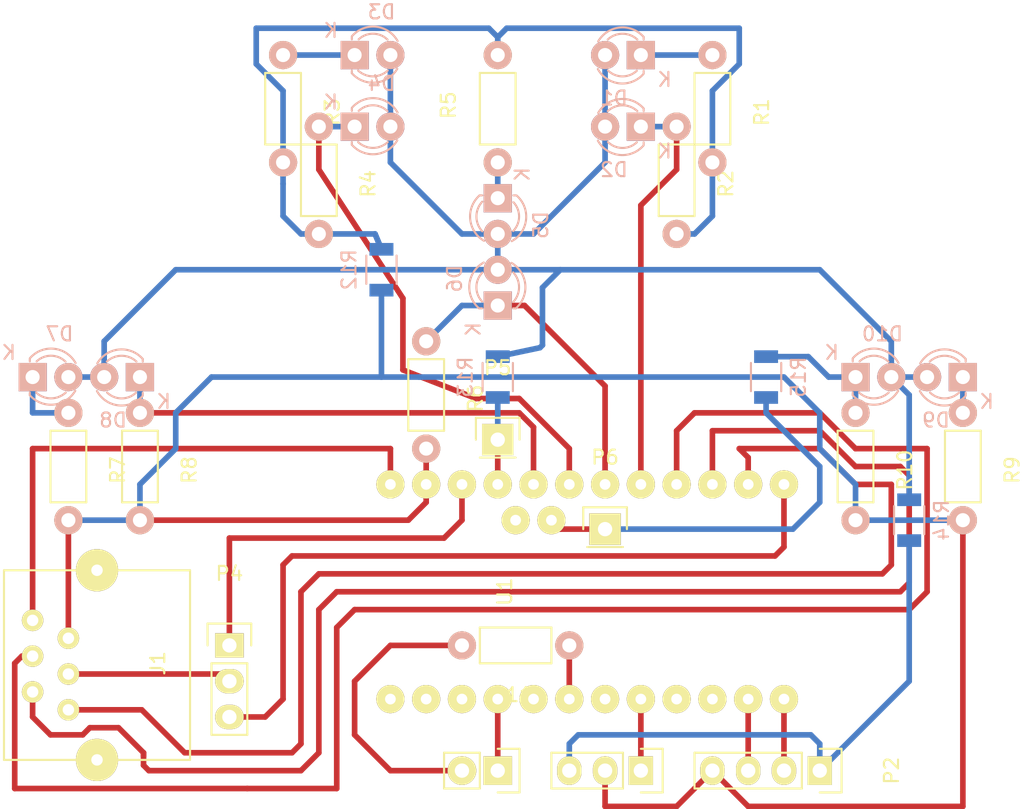
<source format=kicad_pcb>
(kicad_pcb (version 4) (host pcbnew 4.0.2+dfsg1-stable)

  (general
    (links 59)
    (no_connects 0)
    (area 111.905 102.495 184.81512 160.420002)
    (thickness 1.6)
    (drawings 0)
    (tracks 197)
    (zones 0)
    (modules 33)
    (nets 40)
  )

  (page A4)
  (layers
    (0 F.Cu signal)
    (31 B.Cu signal)
    (32 B.Adhes user)
    (33 F.Adhes user)
    (34 B.Paste user)
    (35 F.Paste user)
    (36 B.SilkS user)
    (37 F.SilkS user)
    (38 B.Mask user)
    (39 F.Mask user)
    (40 Dwgs.User user)
    (41 Cmts.User user)
    (42 Eco1.User user)
    (43 Eco2.User user)
    (44 Edge.Cuts user)
    (45 Margin user)
    (46 B.CrtYd user)
    (47 F.CrtYd user)
    (48 B.Fab user)
    (49 F.Fab user)
  )

  (setup
    (last_trace_width 0.4)
    (user_trace_width 0.2)
    (trace_clearance 0.2)
    (zone_clearance 0.508)
    (zone_45_only no)
    (trace_min 0.2)
    (segment_width 0.2)
    (edge_width 0.15)
    (via_size 0.6)
    (via_drill 0.4)
    (via_min_size 0.4)
    (via_min_drill 0.3)
    (uvia_size 0.3)
    (uvia_drill 0.1)
    (uvias_allowed no)
    (uvia_min_size 0.2)
    (uvia_min_drill 0.1)
    (pcb_text_width 0.3)
    (pcb_text_size 1.5 1.5)
    (mod_edge_width 0.15)
    (mod_text_size 1 1)
    (mod_text_width 0.15)
    (pad_size 1.524 1.524)
    (pad_drill 0.762)
    (pad_to_mask_clearance 0.2)
    (aux_axis_origin 0 0)
    (visible_elements FFFFFF7F)
    (pcbplotparams
      (layerselection 0x00000_80000000)
      (usegerberextensions false)
      (excludeedgelayer true)
      (linewidth 0.100000)
      (plotframeref false)
      (viasonmask false)
      (mode 1)
      (useauxorigin false)
      (hpglpennumber 1)
      (hpglpenspeed 20)
      (hpglpendiameter 15)
      (hpglpenoverlay 2)
      (psnegative false)
      (psa4output false)
      (plotreference true)
      (plotvalue true)
      (plotinvisibletext false)
      (padsonsilk false)
      (subtractmaskfromsilk false)
      (outputformat 1)
      (mirror false)
      (drillshape 0)
      (scaleselection 1)
      (outputdirectory ""))
  )

  (net 0 "")
  (net 1 "Net-(D1-Pad1)")
  (net 2 "Net-(D1-Pad2)")
  (net 3 "Net-(D2-Pad1)")
  (net 4 "Net-(D3-Pad1)")
  (net 5 "Net-(D4-Pad1)")
  (net 6 "Net-(D5-Pad1)")
  (net 7 "Net-(D6-Pad1)")
  (net 8 "Net-(D7-Pad1)")
  (net 9 "Net-(D8-Pad1)")
  (net 10 "Net-(D9-Pad1)")
  (net 11 "Net-(D10-Pad1)")
  (net 12 "Net-(J1-Pad3)")
  (net 13 "Net-(J1-Pad5)")
  (net 14 "Net-(J1-Pad1)")
  (net 15 "Net-(J1-Pad6)")
  (net 16 "Net-(J1-Pad4)")
  (net 17 "Net-(J1-Pad2)")
  (net 18 "Net-(J1-Pad8)")
  (net 19 "Net-(J1-Pad7)")
  (net 20 "Net-(P1-Pad1)")
  (net 21 "Net-(P1-Pad2)")
  (net 22 "Net-(P2-Pad2)")
  (net 23 "Net-(P2-Pad3)")
  (net 24 "Net-(P3-Pad1)")
  (net 25 "Net-(R11-Pad1)")
  (net 26 "Net-(U1-Pad22)")
  (net 27 "Net-(U1-Pad27)")
  (net 28 "Net-(U1-Pad29)")
  (net 29 "Net-(U1-Pad31)")
  (net 30 "Net-(U1-Pad33)")
  (net 31 "Net-(U1-Pad34)")
  (net 32 "Net-(U1-Pad35)")
  (net 33 "Net-(U1-Pad26)")
  (net 34 "Net-(P4-Pad1)")
  (net 35 "Net-(P4-Pad3)")
  (net 36 "Net-(R1-Pad2)")
  (net 37 "Net-(P5-Pad1)")
  (net 38 "Net-(P2-Pad1)")
  (net 39 "Net-(P6-Pad1)")

  (net_class Default "This is the default net class."
    (clearance 0.2)
    (trace_width 0.4)
    (via_dia 0.6)
    (via_drill 0.4)
    (uvia_dia 0.3)
    (uvia_drill 0.1)
    (add_net "Net-(D1-Pad1)")
    (add_net "Net-(D1-Pad2)")
    (add_net "Net-(D10-Pad1)")
    (add_net "Net-(D2-Pad1)")
    (add_net "Net-(D3-Pad1)")
    (add_net "Net-(D4-Pad1)")
    (add_net "Net-(D5-Pad1)")
    (add_net "Net-(D6-Pad1)")
    (add_net "Net-(D7-Pad1)")
    (add_net "Net-(D8-Pad1)")
    (add_net "Net-(D9-Pad1)")
    (add_net "Net-(J1-Pad1)")
    (add_net "Net-(J1-Pad2)")
    (add_net "Net-(J1-Pad3)")
    (add_net "Net-(J1-Pad4)")
    (add_net "Net-(J1-Pad5)")
    (add_net "Net-(J1-Pad6)")
    (add_net "Net-(J1-Pad7)")
    (add_net "Net-(J1-Pad8)")
    (add_net "Net-(P1-Pad1)")
    (add_net "Net-(P1-Pad2)")
    (add_net "Net-(P2-Pad1)")
    (add_net "Net-(P2-Pad2)")
    (add_net "Net-(P2-Pad3)")
    (add_net "Net-(P3-Pad1)")
    (add_net "Net-(P4-Pad1)")
    (add_net "Net-(P4-Pad3)")
    (add_net "Net-(P5-Pad1)")
    (add_net "Net-(P6-Pad1)")
    (add_net "Net-(R1-Pad2)")
    (add_net "Net-(R11-Pad1)")
    (add_net "Net-(U1-Pad22)")
    (add_net "Net-(U1-Pad26)")
    (add_net "Net-(U1-Pad27)")
    (add_net "Net-(U1-Pad29)")
    (add_net "Net-(U1-Pad31)")
    (add_net "Net-(U1-Pad33)")
    (add_net "Net-(U1-Pad34)")
    (add_net "Net-(U1-Pad35)")
  )

  (module LEDs:LED-3MM (layer B.Cu) (tedit 559B82F6) (tstamp 574848D2)
    (at 157.48 106.68 180)
    (descr "LED 3mm round vertical")
    (tags "LED  3mm round vertical")
    (path /574844CD)
    (fp_text reference D1 (at 1.91 -3.06 180) (layer B.SilkS)
      (effects (font (size 1 1) (thickness 0.15)) (justify mirror))
    )
    (fp_text value LED (at 1.3 2.9 180) (layer B.Fab)
      (effects (font (size 1 1) (thickness 0.15)) (justify mirror))
    )
    (fp_line (start -1.2 -2.3) (end 3.8 -2.3) (layer B.CrtYd) (width 0.05))
    (fp_line (start 3.8 -2.3) (end 3.8 2.2) (layer B.CrtYd) (width 0.05))
    (fp_line (start 3.8 2.2) (end -1.2 2.2) (layer B.CrtYd) (width 0.05))
    (fp_line (start -1.2 2.2) (end -1.2 -2.3) (layer B.CrtYd) (width 0.05))
    (fp_line (start -0.199 -1.314) (end -0.199 -1.114) (layer B.SilkS) (width 0.15))
    (fp_line (start -0.199 1.28) (end -0.199 1.1) (layer B.SilkS) (width 0.15))
    (fp_arc (start 1.301 -0.034) (end -0.199 1.286) (angle -108.5) (layer B.SilkS) (width 0.15))
    (fp_arc (start 1.301 -0.034) (end 0.25 1.1) (angle -85.7) (layer B.SilkS) (width 0.15))
    (fp_arc (start 1.311 -0.034) (end 3.051 -0.994) (angle -110) (layer B.SilkS) (width 0.15))
    (fp_arc (start 1.301 -0.034) (end 2.335 -1.094) (angle -87.5) (layer B.SilkS) (width 0.15))
    (fp_text user K (at -1.69 -1.74 180) (layer B.SilkS)
      (effects (font (size 1 1) (thickness 0.15)) (justify mirror))
    )
    (pad 1 thru_hole rect (at 0 0 90) (size 2 2) (drill 1.00076) (layers *.Cu *.Mask B.SilkS)
      (net 1 "Net-(D1-Pad1)"))
    (pad 2 thru_hole circle (at 2.54 0 180) (size 2 2) (drill 1.00076) (layers *.Cu *.Mask B.SilkS)
      (net 2 "Net-(D1-Pad2)"))
    (model LEDs.3dshapes/LED-3MM.wrl
      (at (xyz 0.05 0 0))
      (scale (xyz 1 1 1))
      (rotate (xyz 0 0 90))
    )
  )

  (module LEDs:LED-3MM (layer B.Cu) (tedit 559B82F6) (tstamp 574848D8)
    (at 157.48 111.76 180)
    (descr "LED 3mm round vertical")
    (tags "LED  3mm round vertical")
    (path /574844CE)
    (fp_text reference D2 (at 1.91 -3.06 180) (layer B.SilkS)
      (effects (font (size 1 1) (thickness 0.15)) (justify mirror))
    )
    (fp_text value LED (at 1.3 2.9 180) (layer B.Fab)
      (effects (font (size 1 1) (thickness 0.15)) (justify mirror))
    )
    (fp_line (start -1.2 -2.3) (end 3.8 -2.3) (layer B.CrtYd) (width 0.05))
    (fp_line (start 3.8 -2.3) (end 3.8 2.2) (layer B.CrtYd) (width 0.05))
    (fp_line (start 3.8 2.2) (end -1.2 2.2) (layer B.CrtYd) (width 0.05))
    (fp_line (start -1.2 2.2) (end -1.2 -2.3) (layer B.CrtYd) (width 0.05))
    (fp_line (start -0.199 -1.314) (end -0.199 -1.114) (layer B.SilkS) (width 0.15))
    (fp_line (start -0.199 1.28) (end -0.199 1.1) (layer B.SilkS) (width 0.15))
    (fp_arc (start 1.301 -0.034) (end -0.199 1.286) (angle -108.5) (layer B.SilkS) (width 0.15))
    (fp_arc (start 1.301 -0.034) (end 0.25 1.1) (angle -85.7) (layer B.SilkS) (width 0.15))
    (fp_arc (start 1.311 -0.034) (end 3.051 -0.994) (angle -110) (layer B.SilkS) (width 0.15))
    (fp_arc (start 1.301 -0.034) (end 2.335 -1.094) (angle -87.5) (layer B.SilkS) (width 0.15))
    (fp_text user K (at -1.69 -1.74 180) (layer B.SilkS)
      (effects (font (size 1 1) (thickness 0.15)) (justify mirror))
    )
    (pad 1 thru_hole rect (at 0 0 90) (size 2 2) (drill 1.00076) (layers *.Cu *.Mask B.SilkS)
      (net 3 "Net-(D2-Pad1)"))
    (pad 2 thru_hole circle (at 2.54 0 180) (size 2 2) (drill 1.00076) (layers *.Cu *.Mask B.SilkS)
      (net 2 "Net-(D1-Pad2)"))
    (model LEDs.3dshapes/LED-3MM.wrl
      (at (xyz 0.05 0 0))
      (scale (xyz 1 1 1))
      (rotate (xyz 0 0 90))
    )
  )

  (module LEDs:LED-3MM (layer B.Cu) (tedit 559B82F6) (tstamp 574848DE)
    (at 137.16 106.68)
    (descr "LED 3mm round vertical")
    (tags "LED  3mm round vertical")
    (path /574844CF)
    (fp_text reference D3 (at 1.91 -3.06) (layer B.SilkS)
      (effects (font (size 1 1) (thickness 0.15)) (justify mirror))
    )
    (fp_text value LED (at 1.3 2.9) (layer B.Fab)
      (effects (font (size 1 1) (thickness 0.15)) (justify mirror))
    )
    (fp_line (start -1.2 -2.3) (end 3.8 -2.3) (layer B.CrtYd) (width 0.05))
    (fp_line (start 3.8 -2.3) (end 3.8 2.2) (layer B.CrtYd) (width 0.05))
    (fp_line (start 3.8 2.2) (end -1.2 2.2) (layer B.CrtYd) (width 0.05))
    (fp_line (start -1.2 2.2) (end -1.2 -2.3) (layer B.CrtYd) (width 0.05))
    (fp_line (start -0.199 -1.314) (end -0.199 -1.114) (layer B.SilkS) (width 0.15))
    (fp_line (start -0.199 1.28) (end -0.199 1.1) (layer B.SilkS) (width 0.15))
    (fp_arc (start 1.301 -0.034) (end -0.199 1.286) (angle -108.5) (layer B.SilkS) (width 0.15))
    (fp_arc (start 1.301 -0.034) (end 0.25 1.1) (angle -85.7) (layer B.SilkS) (width 0.15))
    (fp_arc (start 1.311 -0.034) (end 3.051 -0.994) (angle -110) (layer B.SilkS) (width 0.15))
    (fp_arc (start 1.301 -0.034) (end 2.335 -1.094) (angle -87.5) (layer B.SilkS) (width 0.15))
    (fp_text user K (at -1.69 -1.74) (layer B.SilkS)
      (effects (font (size 1 1) (thickness 0.15)) (justify mirror))
    )
    (pad 1 thru_hole rect (at 0 0 270) (size 2 2) (drill 1.00076) (layers *.Cu *.Mask B.SilkS)
      (net 4 "Net-(D3-Pad1)"))
    (pad 2 thru_hole circle (at 2.54 0) (size 2 2) (drill 1.00076) (layers *.Cu *.Mask B.SilkS)
      (net 2 "Net-(D1-Pad2)"))
    (model LEDs.3dshapes/LED-3MM.wrl
      (at (xyz 0.05 0 0))
      (scale (xyz 1 1 1))
      (rotate (xyz 0 0 90))
    )
  )

  (module LEDs:LED-3MM (layer B.Cu) (tedit 559B82F6) (tstamp 574848E4)
    (at 137.16 111.76)
    (descr "LED 3mm round vertical")
    (tags "LED  3mm round vertical")
    (path /574844D0)
    (fp_text reference D4 (at 1.91 -3.06) (layer B.SilkS)
      (effects (font (size 1 1) (thickness 0.15)) (justify mirror))
    )
    (fp_text value LED (at 1.3 2.9) (layer B.Fab)
      (effects (font (size 1 1) (thickness 0.15)) (justify mirror))
    )
    (fp_line (start -1.2 -2.3) (end 3.8 -2.3) (layer B.CrtYd) (width 0.05))
    (fp_line (start 3.8 -2.3) (end 3.8 2.2) (layer B.CrtYd) (width 0.05))
    (fp_line (start 3.8 2.2) (end -1.2 2.2) (layer B.CrtYd) (width 0.05))
    (fp_line (start -1.2 2.2) (end -1.2 -2.3) (layer B.CrtYd) (width 0.05))
    (fp_line (start -0.199 -1.314) (end -0.199 -1.114) (layer B.SilkS) (width 0.15))
    (fp_line (start -0.199 1.28) (end -0.199 1.1) (layer B.SilkS) (width 0.15))
    (fp_arc (start 1.301 -0.034) (end -0.199 1.286) (angle -108.5) (layer B.SilkS) (width 0.15))
    (fp_arc (start 1.301 -0.034) (end 0.25 1.1) (angle -85.7) (layer B.SilkS) (width 0.15))
    (fp_arc (start 1.311 -0.034) (end 3.051 -0.994) (angle -110) (layer B.SilkS) (width 0.15))
    (fp_arc (start 1.301 -0.034) (end 2.335 -1.094) (angle -87.5) (layer B.SilkS) (width 0.15))
    (fp_text user K (at -1.69 -1.74) (layer B.SilkS)
      (effects (font (size 1 1) (thickness 0.15)) (justify mirror))
    )
    (pad 1 thru_hole rect (at 0 0 270) (size 2 2) (drill 1.00076) (layers *.Cu *.Mask B.SilkS)
      (net 5 "Net-(D4-Pad1)"))
    (pad 2 thru_hole circle (at 2.54 0) (size 2 2) (drill 1.00076) (layers *.Cu *.Mask B.SilkS)
      (net 2 "Net-(D1-Pad2)"))
    (model LEDs.3dshapes/LED-3MM.wrl
      (at (xyz 0.05 0 0))
      (scale (xyz 1 1 1))
      (rotate (xyz 0 0 90))
    )
  )

  (module LEDs:LED-3MM (layer B.Cu) (tedit 559B82F6) (tstamp 574848EA)
    (at 147.32 116.84 270)
    (descr "LED 3mm round vertical")
    (tags "LED  3mm round vertical")
    (path /574844CB)
    (fp_text reference D5 (at 1.91 -3.06 270) (layer B.SilkS)
      (effects (font (size 1 1) (thickness 0.15)) (justify mirror))
    )
    (fp_text value LED (at 1.3 2.9 270) (layer B.Fab)
      (effects (font (size 1 1) (thickness 0.15)) (justify mirror))
    )
    (fp_line (start -1.2 -2.3) (end 3.8 -2.3) (layer B.CrtYd) (width 0.05))
    (fp_line (start 3.8 -2.3) (end 3.8 2.2) (layer B.CrtYd) (width 0.05))
    (fp_line (start 3.8 2.2) (end -1.2 2.2) (layer B.CrtYd) (width 0.05))
    (fp_line (start -1.2 2.2) (end -1.2 -2.3) (layer B.CrtYd) (width 0.05))
    (fp_line (start -0.199 -1.314) (end -0.199 -1.114) (layer B.SilkS) (width 0.15))
    (fp_line (start -0.199 1.28) (end -0.199 1.1) (layer B.SilkS) (width 0.15))
    (fp_arc (start 1.301 -0.034) (end -0.199 1.286) (angle -108.5) (layer B.SilkS) (width 0.15))
    (fp_arc (start 1.301 -0.034) (end 0.25 1.1) (angle -85.7) (layer B.SilkS) (width 0.15))
    (fp_arc (start 1.311 -0.034) (end 3.051 -0.994) (angle -110) (layer B.SilkS) (width 0.15))
    (fp_arc (start 1.301 -0.034) (end 2.335 -1.094) (angle -87.5) (layer B.SilkS) (width 0.15))
    (fp_text user K (at -1.69 -1.74 270) (layer B.SilkS)
      (effects (font (size 1 1) (thickness 0.15)) (justify mirror))
    )
    (pad 1 thru_hole rect (at 0 0 180) (size 2 2) (drill 1.00076) (layers *.Cu *.Mask B.SilkS)
      (net 6 "Net-(D5-Pad1)"))
    (pad 2 thru_hole circle (at 2.54 0 270) (size 2 2) (drill 1.00076) (layers *.Cu *.Mask B.SilkS)
      (net 2 "Net-(D1-Pad2)"))
    (model LEDs.3dshapes/LED-3MM.wrl
      (at (xyz 0.05 0 0))
      (scale (xyz 1 1 1))
      (rotate (xyz 0 0 90))
    )
  )

  (module LEDs:LED-3MM (layer B.Cu) (tedit 559B82F6) (tstamp 574848F0)
    (at 147.32 124.46 90)
    (descr "LED 3mm round vertical")
    (tags "LED  3mm round vertical")
    (path /574844CC)
    (fp_text reference D6 (at 1.91 -3.06 90) (layer B.SilkS)
      (effects (font (size 1 1) (thickness 0.15)) (justify mirror))
    )
    (fp_text value LED (at 1.3 2.9 90) (layer B.Fab)
      (effects (font (size 1 1) (thickness 0.15)) (justify mirror))
    )
    (fp_line (start -1.2 -2.3) (end 3.8 -2.3) (layer B.CrtYd) (width 0.05))
    (fp_line (start 3.8 -2.3) (end 3.8 2.2) (layer B.CrtYd) (width 0.05))
    (fp_line (start 3.8 2.2) (end -1.2 2.2) (layer B.CrtYd) (width 0.05))
    (fp_line (start -1.2 2.2) (end -1.2 -2.3) (layer B.CrtYd) (width 0.05))
    (fp_line (start -0.199 -1.314) (end -0.199 -1.114) (layer B.SilkS) (width 0.15))
    (fp_line (start -0.199 1.28) (end -0.199 1.1) (layer B.SilkS) (width 0.15))
    (fp_arc (start 1.301 -0.034) (end -0.199 1.286) (angle -108.5) (layer B.SilkS) (width 0.15))
    (fp_arc (start 1.301 -0.034) (end 0.25 1.1) (angle -85.7) (layer B.SilkS) (width 0.15))
    (fp_arc (start 1.311 -0.034) (end 3.051 -0.994) (angle -110) (layer B.SilkS) (width 0.15))
    (fp_arc (start 1.301 -0.034) (end 2.335 -1.094) (angle -87.5) (layer B.SilkS) (width 0.15))
    (fp_text user K (at -1.69 -1.74 90) (layer B.SilkS)
      (effects (font (size 1 1) (thickness 0.15)) (justify mirror))
    )
    (pad 1 thru_hole rect (at 0 0) (size 2 2) (drill 1.00076) (layers *.Cu *.Mask B.SilkS)
      (net 7 "Net-(D6-Pad1)"))
    (pad 2 thru_hole circle (at 2.54 0 90) (size 2 2) (drill 1.00076) (layers *.Cu *.Mask B.SilkS)
      (net 2 "Net-(D1-Pad2)"))
    (model LEDs.3dshapes/LED-3MM.wrl
      (at (xyz 0.05 0 0))
      (scale (xyz 1 1 1))
      (rotate (xyz 0 0 90))
    )
  )

  (module LEDs:LED-3MM (layer B.Cu) (tedit 559B82F6) (tstamp 574848F6)
    (at 114.3 129.54)
    (descr "LED 3mm round vertical")
    (tags "LED  3mm round vertical")
    (path /574844D1)
    (fp_text reference D7 (at 1.91 -3.06) (layer B.SilkS)
      (effects (font (size 1 1) (thickness 0.15)) (justify mirror))
    )
    (fp_text value LED (at 1.3 2.9) (layer B.Fab)
      (effects (font (size 1 1) (thickness 0.15)) (justify mirror))
    )
    (fp_line (start -1.2 -2.3) (end 3.8 -2.3) (layer B.CrtYd) (width 0.05))
    (fp_line (start 3.8 -2.3) (end 3.8 2.2) (layer B.CrtYd) (width 0.05))
    (fp_line (start 3.8 2.2) (end -1.2 2.2) (layer B.CrtYd) (width 0.05))
    (fp_line (start -1.2 2.2) (end -1.2 -2.3) (layer B.CrtYd) (width 0.05))
    (fp_line (start -0.199 -1.314) (end -0.199 -1.114) (layer B.SilkS) (width 0.15))
    (fp_line (start -0.199 1.28) (end -0.199 1.1) (layer B.SilkS) (width 0.15))
    (fp_arc (start 1.301 -0.034) (end -0.199 1.286) (angle -108.5) (layer B.SilkS) (width 0.15))
    (fp_arc (start 1.301 -0.034) (end 0.25 1.1) (angle -85.7) (layer B.SilkS) (width 0.15))
    (fp_arc (start 1.311 -0.034) (end 3.051 -0.994) (angle -110) (layer B.SilkS) (width 0.15))
    (fp_arc (start 1.301 -0.034) (end 2.335 -1.094) (angle -87.5) (layer B.SilkS) (width 0.15))
    (fp_text user K (at -1.69 -1.74) (layer B.SilkS)
      (effects (font (size 1 1) (thickness 0.15)) (justify mirror))
    )
    (pad 1 thru_hole rect (at 0 0 270) (size 2 2) (drill 1.00076) (layers *.Cu *.Mask B.SilkS)
      (net 8 "Net-(D7-Pad1)"))
    (pad 2 thru_hole circle (at 2.54 0) (size 2 2) (drill 1.00076) (layers *.Cu *.Mask B.SilkS)
      (net 2 "Net-(D1-Pad2)"))
    (model LEDs.3dshapes/LED-3MM.wrl
      (at (xyz 0.05 0 0))
      (scale (xyz 1 1 1))
      (rotate (xyz 0 0 90))
    )
  )

  (module LEDs:LED-3MM (layer B.Cu) (tedit 559B82F6) (tstamp 574848FC)
    (at 121.92 129.54 180)
    (descr "LED 3mm round vertical")
    (tags "LED  3mm round vertical")
    (path /574844D2)
    (fp_text reference D8 (at 1.91 -3.06 180) (layer B.SilkS)
      (effects (font (size 1 1) (thickness 0.15)) (justify mirror))
    )
    (fp_text value LED (at 1.3 2.9 180) (layer B.Fab)
      (effects (font (size 1 1) (thickness 0.15)) (justify mirror))
    )
    (fp_line (start -1.2 -2.3) (end 3.8 -2.3) (layer B.CrtYd) (width 0.05))
    (fp_line (start 3.8 -2.3) (end 3.8 2.2) (layer B.CrtYd) (width 0.05))
    (fp_line (start 3.8 2.2) (end -1.2 2.2) (layer B.CrtYd) (width 0.05))
    (fp_line (start -1.2 2.2) (end -1.2 -2.3) (layer B.CrtYd) (width 0.05))
    (fp_line (start -0.199 -1.314) (end -0.199 -1.114) (layer B.SilkS) (width 0.15))
    (fp_line (start -0.199 1.28) (end -0.199 1.1) (layer B.SilkS) (width 0.15))
    (fp_arc (start 1.301 -0.034) (end -0.199 1.286) (angle -108.5) (layer B.SilkS) (width 0.15))
    (fp_arc (start 1.301 -0.034) (end 0.25 1.1) (angle -85.7) (layer B.SilkS) (width 0.15))
    (fp_arc (start 1.311 -0.034) (end 3.051 -0.994) (angle -110) (layer B.SilkS) (width 0.15))
    (fp_arc (start 1.301 -0.034) (end 2.335 -1.094) (angle -87.5) (layer B.SilkS) (width 0.15))
    (fp_text user K (at -1.69 -1.74 180) (layer B.SilkS)
      (effects (font (size 1 1) (thickness 0.15)) (justify mirror))
    )
    (pad 1 thru_hole rect (at 0 0 90) (size 2 2) (drill 1.00076) (layers *.Cu *.Mask B.SilkS)
      (net 9 "Net-(D8-Pad1)"))
    (pad 2 thru_hole circle (at 2.54 0 180) (size 2 2) (drill 1.00076) (layers *.Cu *.Mask B.SilkS)
      (net 2 "Net-(D1-Pad2)"))
    (model LEDs.3dshapes/LED-3MM.wrl
      (at (xyz 0.05 0 0))
      (scale (xyz 1 1 1))
      (rotate (xyz 0 0 90))
    )
  )

  (module LEDs:LED-3MM (layer B.Cu) (tedit 559B82F6) (tstamp 57484902)
    (at 180.34 129.54 180)
    (descr "LED 3mm round vertical")
    (tags "LED  3mm round vertical")
    (path /574844D3)
    (fp_text reference D9 (at 1.91 -3.06 180) (layer B.SilkS)
      (effects (font (size 1 1) (thickness 0.15)) (justify mirror))
    )
    (fp_text value LED (at 1.3 2.9 180) (layer B.Fab)
      (effects (font (size 1 1) (thickness 0.15)) (justify mirror))
    )
    (fp_line (start -1.2 -2.3) (end 3.8 -2.3) (layer B.CrtYd) (width 0.05))
    (fp_line (start 3.8 -2.3) (end 3.8 2.2) (layer B.CrtYd) (width 0.05))
    (fp_line (start 3.8 2.2) (end -1.2 2.2) (layer B.CrtYd) (width 0.05))
    (fp_line (start -1.2 2.2) (end -1.2 -2.3) (layer B.CrtYd) (width 0.05))
    (fp_line (start -0.199 -1.314) (end -0.199 -1.114) (layer B.SilkS) (width 0.15))
    (fp_line (start -0.199 1.28) (end -0.199 1.1) (layer B.SilkS) (width 0.15))
    (fp_arc (start 1.301 -0.034) (end -0.199 1.286) (angle -108.5) (layer B.SilkS) (width 0.15))
    (fp_arc (start 1.301 -0.034) (end 0.25 1.1) (angle -85.7) (layer B.SilkS) (width 0.15))
    (fp_arc (start 1.311 -0.034) (end 3.051 -0.994) (angle -110) (layer B.SilkS) (width 0.15))
    (fp_arc (start 1.301 -0.034) (end 2.335 -1.094) (angle -87.5) (layer B.SilkS) (width 0.15))
    (fp_text user K (at -1.69 -1.74 180) (layer B.SilkS)
      (effects (font (size 1 1) (thickness 0.15)) (justify mirror))
    )
    (pad 1 thru_hole rect (at 0 0 90) (size 2 2) (drill 1.00076) (layers *.Cu *.Mask B.SilkS)
      (net 10 "Net-(D9-Pad1)"))
    (pad 2 thru_hole circle (at 2.54 0 180) (size 2 2) (drill 1.00076) (layers *.Cu *.Mask B.SilkS)
      (net 2 "Net-(D1-Pad2)"))
    (model LEDs.3dshapes/LED-3MM.wrl
      (at (xyz 0.05 0 0))
      (scale (xyz 1 1 1))
      (rotate (xyz 0 0 90))
    )
  )

  (module LEDs:LED-3MM (layer B.Cu) (tedit 559B82F6) (tstamp 57484908)
    (at 172.72 129.54)
    (descr "LED 3mm round vertical")
    (tags "LED  3mm round vertical")
    (path /574844D4)
    (fp_text reference D10 (at 1.91 -3.06) (layer B.SilkS)
      (effects (font (size 1 1) (thickness 0.15)) (justify mirror))
    )
    (fp_text value LED (at 1.3 2.9) (layer B.Fab)
      (effects (font (size 1 1) (thickness 0.15)) (justify mirror))
    )
    (fp_line (start -1.2 -2.3) (end 3.8 -2.3) (layer B.CrtYd) (width 0.05))
    (fp_line (start 3.8 -2.3) (end 3.8 2.2) (layer B.CrtYd) (width 0.05))
    (fp_line (start 3.8 2.2) (end -1.2 2.2) (layer B.CrtYd) (width 0.05))
    (fp_line (start -1.2 2.2) (end -1.2 -2.3) (layer B.CrtYd) (width 0.05))
    (fp_line (start -0.199 -1.314) (end -0.199 -1.114) (layer B.SilkS) (width 0.15))
    (fp_line (start -0.199 1.28) (end -0.199 1.1) (layer B.SilkS) (width 0.15))
    (fp_arc (start 1.301 -0.034) (end -0.199 1.286) (angle -108.5) (layer B.SilkS) (width 0.15))
    (fp_arc (start 1.301 -0.034) (end 0.25 1.1) (angle -85.7) (layer B.SilkS) (width 0.15))
    (fp_arc (start 1.311 -0.034) (end 3.051 -0.994) (angle -110) (layer B.SilkS) (width 0.15))
    (fp_arc (start 1.301 -0.034) (end 2.335 -1.094) (angle -87.5) (layer B.SilkS) (width 0.15))
    (fp_text user K (at -1.69 -1.74) (layer B.SilkS)
      (effects (font (size 1 1) (thickness 0.15)) (justify mirror))
    )
    (pad 1 thru_hole rect (at 0 0 270) (size 2 2) (drill 1.00076) (layers *.Cu *.Mask B.SilkS)
      (net 11 "Net-(D10-Pad1)"))
    (pad 2 thru_hole circle (at 2.54 0) (size 2 2) (drill 1.00076) (layers *.Cu *.Mask B.SilkS)
      (net 2 "Net-(D1-Pad2)"))
    (model LEDs.3dshapes/LED-3MM.wrl
      (at (xyz 0.05 0 0))
      (scale (xyz 1 1 1))
      (rotate (xyz 0 0 90))
    )
  )

  (module bugs:RJ12_Client (layer F.Cu) (tedit 57502E4F) (tstamp 5761721E)
    (at 123.19 149.86 90)
    (path /57486119)
    (fp_text reference J1 (at 0 0 90) (layer F.SilkS)
      (effects (font (size 1 1) (thickness 0.15)))
    )
    (fp_text value RJ12 (at 0 -2.54 90) (layer F.Fab)
      (effects (font (size 1 1) (thickness 0.15)))
    )
    (fp_line (start -6.858 -10.922) (end -6.858 2.286) (layer F.SilkS) (width 0.15))
    (fp_line (start 6.604 -10.922) (end 6.604 2.286) (layer F.SilkS) (width 0.15))
    (fp_line (start -6.858 2.286) (end 6.604 2.286) (layer F.SilkS) (width 0.15))
    (fp_line (start 5.842 -10.922) (end 6.604 -10.922) (layer F.SilkS) (width 0.15))
    (fp_line (start -6.858 -10.922) (end 5.842 -10.922) (layer F.SilkS) (width 0.15))
    (pad 3 thru_hole circle (at 0.508 -8.89 90) (size 1.524 1.524) (drill 0.8128) (layers *.Cu *.Mask F.SilkS)
      (net 12 "Net-(J1-Pad3)"))
    (pad 5 thru_hole circle (at -2.032 -8.89 90) (size 1.524 1.524) (drill 0.8128) (layers *.Cu *.Mask F.SilkS)
      (net 13 "Net-(J1-Pad5)"))
    (pad 1 thru_hole circle (at 3.048 -8.89 90) (size 1.524 1.524) (drill 0.8128) (layers *.Cu *.Mask F.SilkS)
      (net 14 "Net-(J1-Pad1)"))
    (pad 6 thru_hole circle (at -3.302 -6.35 90) (size 1.524 1.524) (drill 0.8128) (layers *.Cu *.Mask F.SilkS)
      (net 15 "Net-(J1-Pad6)"))
    (pad 4 thru_hole circle (at -0.762 -6.35 90) (size 1.524 1.524) (drill 0.8128) (layers *.Cu *.Mask F.SilkS)
      (net 16 "Net-(J1-Pad4)"))
    (pad 2 thru_hole circle (at 1.778 -6.35 90) (size 1.524 1.524) (drill 0.8128) (layers *.Cu *.Mask F.SilkS)
      (net 17 "Net-(J1-Pad2)"))
    (pad 8 thru_hole circle (at 6.604 -4.318 90) (size 2.99974 2.99974) (drill 0.8128) (layers *.Cu *.Mask F.SilkS)
      (net 18 "Net-(J1-Pad8)"))
    (pad 7 thru_hole circle (at -6.858 -4.318 90) (size 2.99974 2.99974) (drill 0.8128) (layers *.Cu *.Mask F.SilkS)
      (net 19 "Net-(J1-Pad7)"))
  )

  (module Pin_Headers:Pin_Header_Straight_1x02 (layer F.Cu) (tedit 54EA090C) (tstamp 57617224)
    (at 147.32 157.48 270)
    (descr "Through hole pin header")
    (tags "pin header")
    (path /57617470)
    (fp_text reference P1 (at 0 -5.1 270) (layer F.SilkS)
      (effects (font (size 1 1) (thickness 0.15)))
    )
    (fp_text value IRT (at 0 -3.1 270) (layer F.Fab)
      (effects (font (size 1 1) (thickness 0.15)))
    )
    (fp_line (start 1.27 1.27) (end 1.27 3.81) (layer F.SilkS) (width 0.15))
    (fp_line (start 1.55 -1.55) (end 1.55 0) (layer F.SilkS) (width 0.15))
    (fp_line (start -1.75 -1.75) (end -1.75 4.3) (layer F.CrtYd) (width 0.05))
    (fp_line (start 1.75 -1.75) (end 1.75 4.3) (layer F.CrtYd) (width 0.05))
    (fp_line (start -1.75 -1.75) (end 1.75 -1.75) (layer F.CrtYd) (width 0.05))
    (fp_line (start -1.75 4.3) (end 1.75 4.3) (layer F.CrtYd) (width 0.05))
    (fp_line (start 1.27 1.27) (end -1.27 1.27) (layer F.SilkS) (width 0.15))
    (fp_line (start -1.55 0) (end -1.55 -1.55) (layer F.SilkS) (width 0.15))
    (fp_line (start -1.55 -1.55) (end 1.55 -1.55) (layer F.SilkS) (width 0.15))
    (fp_line (start -1.27 1.27) (end -1.27 3.81) (layer F.SilkS) (width 0.15))
    (fp_line (start -1.27 3.81) (end 1.27 3.81) (layer F.SilkS) (width 0.15))
    (pad 1 thru_hole rect (at 0 0 270) (size 2.032 2.032) (drill 1.016) (layers *.Cu *.Mask F.SilkS)
      (net 20 "Net-(P1-Pad1)"))
    (pad 2 thru_hole oval (at 0 2.54 270) (size 2.032 2.032) (drill 1.016) (layers *.Cu *.Mask F.SilkS)
      (net 21 "Net-(P1-Pad2)"))
    (model Pin_Headers.3dshapes/Pin_Header_Straight_1x02.wrl
      (at (xyz 0 -0.05 0))
      (scale (xyz 1 1 1))
      (rotate (xyz 0 0 90))
    )
  )

  (module Pin_Headers:Pin_Header_Straight_1x04 (layer F.Cu) (tedit 0) (tstamp 5761722C)
    (at 170.18 157.48 270)
    (descr "Through hole pin header")
    (tags "pin header")
    (path /57484A94)
    (fp_text reference P2 (at 0 -5.1 270) (layer F.SilkS)
      (effects (font (size 1 1) (thickness 0.15)))
    )
    (fp_text value Sonar (at 0 -3.1 270) (layer F.Fab)
      (effects (font (size 1 1) (thickness 0.15)))
    )
    (fp_line (start -1.75 -1.75) (end -1.75 9.4) (layer F.CrtYd) (width 0.05))
    (fp_line (start 1.75 -1.75) (end 1.75 9.4) (layer F.CrtYd) (width 0.05))
    (fp_line (start -1.75 -1.75) (end 1.75 -1.75) (layer F.CrtYd) (width 0.05))
    (fp_line (start -1.75 9.4) (end 1.75 9.4) (layer F.CrtYd) (width 0.05))
    (fp_line (start -1.27 1.27) (end -1.27 8.89) (layer F.SilkS) (width 0.15))
    (fp_line (start 1.27 1.27) (end 1.27 8.89) (layer F.SilkS) (width 0.15))
    (fp_line (start 1.55 -1.55) (end 1.55 0) (layer F.SilkS) (width 0.15))
    (fp_line (start -1.27 8.89) (end 1.27 8.89) (layer F.SilkS) (width 0.15))
    (fp_line (start 1.27 1.27) (end -1.27 1.27) (layer F.SilkS) (width 0.15))
    (fp_line (start -1.55 0) (end -1.55 -1.55) (layer F.SilkS) (width 0.15))
    (fp_line (start -1.55 -1.55) (end 1.55 -1.55) (layer F.SilkS) (width 0.15))
    (pad 1 thru_hole rect (at 0 0 270) (size 2.032 1.7272) (drill 1.016) (layers *.Cu *.Mask F.SilkS)
      (net 38 "Net-(P2-Pad1)"))
    (pad 2 thru_hole oval (at 0 2.54 270) (size 2.032 1.7272) (drill 1.016) (layers *.Cu *.Mask F.SilkS)
      (net 22 "Net-(P2-Pad2)"))
    (pad 3 thru_hole oval (at 0 5.08 270) (size 2.032 1.7272) (drill 1.016) (layers *.Cu *.Mask F.SilkS)
      (net 23 "Net-(P2-Pad3)"))
    (pad 4 thru_hole oval (at 0 7.62 270) (size 2.032 1.7272) (drill 1.016) (layers *.Cu *.Mask F.SilkS)
      (net 17 "Net-(J1-Pad2)"))
    (model Pin_Headers.3dshapes/Pin_Header_Straight_1x04.wrl
      (at (xyz 0 -0.15 0))
      (scale (xyz 1 1 1))
      (rotate (xyz 0 0 90))
    )
  )

  (module Pin_Headers:Pin_Header_Straight_1x03 (layer F.Cu) (tedit 0) (tstamp 57617233)
    (at 157.48 157.48 270)
    (descr "Through hole pin header")
    (tags "pin header")
    (path /57484C01)
    (fp_text reference P3 (at 0 -5.1 270) (layer F.SilkS)
      (effects (font (size 1 1) (thickness 0.15)))
    )
    (fp_text value IRR (at 0 -3.1 270) (layer F.Fab)
      (effects (font (size 1 1) (thickness 0.15)))
    )
    (fp_line (start -1.75 -1.75) (end -1.75 6.85) (layer F.CrtYd) (width 0.05))
    (fp_line (start 1.75 -1.75) (end 1.75 6.85) (layer F.CrtYd) (width 0.05))
    (fp_line (start -1.75 -1.75) (end 1.75 -1.75) (layer F.CrtYd) (width 0.05))
    (fp_line (start -1.75 6.85) (end 1.75 6.85) (layer F.CrtYd) (width 0.05))
    (fp_line (start -1.27 1.27) (end -1.27 6.35) (layer F.SilkS) (width 0.15))
    (fp_line (start -1.27 6.35) (end 1.27 6.35) (layer F.SilkS) (width 0.15))
    (fp_line (start 1.27 6.35) (end 1.27 1.27) (layer F.SilkS) (width 0.15))
    (fp_line (start 1.55 -1.55) (end 1.55 0) (layer F.SilkS) (width 0.15))
    (fp_line (start 1.27 1.27) (end -1.27 1.27) (layer F.SilkS) (width 0.15))
    (fp_line (start -1.55 0) (end -1.55 -1.55) (layer F.SilkS) (width 0.15))
    (fp_line (start -1.55 -1.55) (end 1.55 -1.55) (layer F.SilkS) (width 0.15))
    (pad 1 thru_hole rect (at 0 0 270) (size 2.032 1.7272) (drill 1.016) (layers *.Cu *.Mask F.SilkS)
      (net 24 "Net-(P3-Pad1)"))
    (pad 2 thru_hole oval (at 0 2.54 270) (size 2.032 1.7272) (drill 1.016) (layers *.Cu *.Mask F.SilkS)
      (net 17 "Net-(J1-Pad2)"))
    (pad 3 thru_hole oval (at 0 5.08 270) (size 2.032 1.7272) (drill 1.016) (layers *.Cu *.Mask F.SilkS)
      (net 38 "Net-(P2-Pad1)"))
    (model Pin_Headers.3dshapes/Pin_Header_Straight_1x03.wrl
      (at (xyz 0 -0.1 0))
      (scale (xyz 1 1 1))
      (rotate (xyz 0 0 90))
    )
  )

  (module Resistors_ThroughHole:Resistor_Horizontal_RM7mm (layer F.Cu) (tedit 569FCF07) (tstamp 57617239)
    (at 162.56 106.68 270)
    (descr "Resistor, Axial,  RM 7.62mm, 1/3W,")
    (tags "Resistor Axial RM 7.62mm 1/3W R3")
    (path /574844D5)
    (fp_text reference R1 (at 4.05892 -3.50012 270) (layer F.SilkS)
      (effects (font (size 1 1) (thickness 0.15)))
    )
    (fp_text value 150 (at 3.81 3.81 270) (layer F.Fab)
      (effects (font (size 1 1) (thickness 0.15)))
    )
    (fp_line (start -1.25 -1.5) (end 8.85 -1.5) (layer F.CrtYd) (width 0.05))
    (fp_line (start -1.25 1.5) (end -1.25 -1.5) (layer F.CrtYd) (width 0.05))
    (fp_line (start 8.85 -1.5) (end 8.85 1.5) (layer F.CrtYd) (width 0.05))
    (fp_line (start -1.25 1.5) (end 8.85 1.5) (layer F.CrtYd) (width 0.05))
    (fp_line (start 1.27 -1.27) (end 6.35 -1.27) (layer F.SilkS) (width 0.15))
    (fp_line (start 6.35 -1.27) (end 6.35 1.27) (layer F.SilkS) (width 0.15))
    (fp_line (start 6.35 1.27) (end 1.27 1.27) (layer F.SilkS) (width 0.15))
    (fp_line (start 1.27 1.27) (end 1.27 -1.27) (layer F.SilkS) (width 0.15))
    (pad 1 thru_hole circle (at 0 0 270) (size 1.99898 1.99898) (drill 1.00076) (layers *.Cu *.SilkS *.Mask)
      (net 1 "Net-(D1-Pad1)"))
    (pad 2 thru_hole circle (at 7.62 0 270) (size 1.99898 1.99898) (drill 1.00076) (layers *.Cu *.SilkS *.Mask)
      (net 36 "Net-(R1-Pad2)"))
  )

  (module Resistors_ThroughHole:Resistor_Horizontal_RM7mm (layer F.Cu) (tedit 569FCF07) (tstamp 5761723F)
    (at 160.02 111.76 270)
    (descr "Resistor, Axial,  RM 7.62mm, 1/3W,")
    (tags "Resistor Axial RM 7.62mm 1/3W R3")
    (path /574844D6)
    (fp_text reference R2 (at 4.05892 -3.50012 270) (layer F.SilkS)
      (effects (font (size 1 1) (thickness 0.15)))
    )
    (fp_text value 510k (at 3.81 3.81 270) (layer F.Fab)
      (effects (font (size 1 1) (thickness 0.15)))
    )
    (fp_line (start -1.25 -1.5) (end 8.85 -1.5) (layer F.CrtYd) (width 0.05))
    (fp_line (start -1.25 1.5) (end -1.25 -1.5) (layer F.CrtYd) (width 0.05))
    (fp_line (start 8.85 -1.5) (end 8.85 1.5) (layer F.CrtYd) (width 0.05))
    (fp_line (start -1.25 1.5) (end 8.85 1.5) (layer F.CrtYd) (width 0.05))
    (fp_line (start 1.27 -1.27) (end 6.35 -1.27) (layer F.SilkS) (width 0.15))
    (fp_line (start 6.35 -1.27) (end 6.35 1.27) (layer F.SilkS) (width 0.15))
    (fp_line (start 6.35 1.27) (end 1.27 1.27) (layer F.SilkS) (width 0.15))
    (fp_line (start 1.27 1.27) (end 1.27 -1.27) (layer F.SilkS) (width 0.15))
    (pad 1 thru_hole circle (at 0 0 270) (size 1.99898 1.99898) (drill 1.00076) (layers *.Cu *.SilkS *.Mask)
      (net 3 "Net-(D2-Pad1)"))
    (pad 2 thru_hole circle (at 7.62 0 270) (size 1.99898 1.99898) (drill 1.00076) (layers *.Cu *.SilkS *.Mask)
      (net 36 "Net-(R1-Pad2)"))
  )

  (module Resistors_ThroughHole:Resistor_Horizontal_RM7mm (layer F.Cu) (tedit 569FCF07) (tstamp 57617245)
    (at 132.08 106.68 270)
    (descr "Resistor, Axial,  RM 7.62mm, 1/3W,")
    (tags "Resistor Axial RM 7.62mm 1/3W R3")
    (path /574844D7)
    (fp_text reference R3 (at 4.05892 -3.50012 270) (layer F.SilkS)
      (effects (font (size 1 1) (thickness 0.15)))
    )
    (fp_text value 150 (at 3.81 3.81 270) (layer F.Fab)
      (effects (font (size 1 1) (thickness 0.15)))
    )
    (fp_line (start -1.25 -1.5) (end 8.85 -1.5) (layer F.CrtYd) (width 0.05))
    (fp_line (start -1.25 1.5) (end -1.25 -1.5) (layer F.CrtYd) (width 0.05))
    (fp_line (start 8.85 -1.5) (end 8.85 1.5) (layer F.CrtYd) (width 0.05))
    (fp_line (start -1.25 1.5) (end 8.85 1.5) (layer F.CrtYd) (width 0.05))
    (fp_line (start 1.27 -1.27) (end 6.35 -1.27) (layer F.SilkS) (width 0.15))
    (fp_line (start 6.35 -1.27) (end 6.35 1.27) (layer F.SilkS) (width 0.15))
    (fp_line (start 6.35 1.27) (end 1.27 1.27) (layer F.SilkS) (width 0.15))
    (fp_line (start 1.27 1.27) (end 1.27 -1.27) (layer F.SilkS) (width 0.15))
    (pad 1 thru_hole circle (at 0 0 270) (size 1.99898 1.99898) (drill 1.00076) (layers *.Cu *.SilkS *.Mask)
      (net 4 "Net-(D3-Pad1)"))
    (pad 2 thru_hole circle (at 7.62 0 270) (size 1.99898 1.99898) (drill 1.00076) (layers *.Cu *.SilkS *.Mask)
      (net 36 "Net-(R1-Pad2)"))
  )

  (module Resistors_ThroughHole:Resistor_Horizontal_RM7mm (layer F.Cu) (tedit 569FCF07) (tstamp 5761724B)
    (at 134.62 111.76 270)
    (descr "Resistor, Axial,  RM 7.62mm, 1/3W,")
    (tags "Resistor Axial RM 7.62mm 1/3W R3")
    (path /574844D8)
    (fp_text reference R4 (at 4.05892 -3.50012 270) (layer F.SilkS)
      (effects (font (size 1 1) (thickness 0.15)))
    )
    (fp_text value 510k (at 3.81 3.81 270) (layer F.Fab)
      (effects (font (size 1 1) (thickness 0.15)))
    )
    (fp_line (start -1.25 -1.5) (end 8.85 -1.5) (layer F.CrtYd) (width 0.05))
    (fp_line (start -1.25 1.5) (end -1.25 -1.5) (layer F.CrtYd) (width 0.05))
    (fp_line (start 8.85 -1.5) (end 8.85 1.5) (layer F.CrtYd) (width 0.05))
    (fp_line (start -1.25 1.5) (end 8.85 1.5) (layer F.CrtYd) (width 0.05))
    (fp_line (start 1.27 -1.27) (end 6.35 -1.27) (layer F.SilkS) (width 0.15))
    (fp_line (start 6.35 -1.27) (end 6.35 1.27) (layer F.SilkS) (width 0.15))
    (fp_line (start 6.35 1.27) (end 1.27 1.27) (layer F.SilkS) (width 0.15))
    (fp_line (start 1.27 1.27) (end 1.27 -1.27) (layer F.SilkS) (width 0.15))
    (pad 1 thru_hole circle (at 0 0 270) (size 1.99898 1.99898) (drill 1.00076) (layers *.Cu *.SilkS *.Mask)
      (net 5 "Net-(D4-Pad1)"))
    (pad 2 thru_hole circle (at 7.62 0 270) (size 1.99898 1.99898) (drill 1.00076) (layers *.Cu *.SilkS *.Mask)
      (net 36 "Net-(R1-Pad2)"))
  )

  (module Resistors_ThroughHole:Resistor_Horizontal_RM7mm (layer F.Cu) (tedit 569FCF07) (tstamp 57617251)
    (at 147.32 114.3 90)
    (descr "Resistor, Axial,  RM 7.62mm, 1/3W,")
    (tags "Resistor Axial RM 7.62mm 1/3W R3")
    (path /574844D9)
    (fp_text reference R5 (at 4.05892 -3.50012 90) (layer F.SilkS)
      (effects (font (size 1 1) (thickness 0.15)))
    )
    (fp_text value 150 (at 3.81 3.81 90) (layer F.Fab)
      (effects (font (size 1 1) (thickness 0.15)))
    )
    (fp_line (start -1.25 -1.5) (end 8.85 -1.5) (layer F.CrtYd) (width 0.05))
    (fp_line (start -1.25 1.5) (end -1.25 -1.5) (layer F.CrtYd) (width 0.05))
    (fp_line (start 8.85 -1.5) (end 8.85 1.5) (layer F.CrtYd) (width 0.05))
    (fp_line (start -1.25 1.5) (end 8.85 1.5) (layer F.CrtYd) (width 0.05))
    (fp_line (start 1.27 -1.27) (end 6.35 -1.27) (layer F.SilkS) (width 0.15))
    (fp_line (start 6.35 -1.27) (end 6.35 1.27) (layer F.SilkS) (width 0.15))
    (fp_line (start 6.35 1.27) (end 1.27 1.27) (layer F.SilkS) (width 0.15))
    (fp_line (start 1.27 1.27) (end 1.27 -1.27) (layer F.SilkS) (width 0.15))
    (pad 1 thru_hole circle (at 0 0 90) (size 1.99898 1.99898) (drill 1.00076) (layers *.Cu *.SilkS *.Mask)
      (net 6 "Net-(D5-Pad1)"))
    (pad 2 thru_hole circle (at 7.62 0 90) (size 1.99898 1.99898) (drill 1.00076) (layers *.Cu *.SilkS *.Mask)
      (net 36 "Net-(R1-Pad2)"))
  )

  (module Resistors_ThroughHole:Resistor_Horizontal_RM7mm (layer F.Cu) (tedit 569FCF07) (tstamp 57617257)
    (at 142.24 127 270)
    (descr "Resistor, Axial,  RM 7.62mm, 1/3W,")
    (tags "Resistor Axial RM 7.62mm 1/3W R3")
    (path /574844DA)
    (fp_text reference R6 (at 4.05892 -3.50012 270) (layer F.SilkS)
      (effects (font (size 1 1) (thickness 0.15)))
    )
    (fp_text value 510k (at 3.81 3.81 270) (layer F.Fab)
      (effects (font (size 1 1) (thickness 0.15)))
    )
    (fp_line (start -1.25 -1.5) (end 8.85 -1.5) (layer F.CrtYd) (width 0.05))
    (fp_line (start -1.25 1.5) (end -1.25 -1.5) (layer F.CrtYd) (width 0.05))
    (fp_line (start 8.85 -1.5) (end 8.85 1.5) (layer F.CrtYd) (width 0.05))
    (fp_line (start -1.25 1.5) (end 8.85 1.5) (layer F.CrtYd) (width 0.05))
    (fp_line (start 1.27 -1.27) (end 6.35 -1.27) (layer F.SilkS) (width 0.15))
    (fp_line (start 6.35 -1.27) (end 6.35 1.27) (layer F.SilkS) (width 0.15))
    (fp_line (start 6.35 1.27) (end 1.27 1.27) (layer F.SilkS) (width 0.15))
    (fp_line (start 1.27 1.27) (end 1.27 -1.27) (layer F.SilkS) (width 0.15))
    (pad 1 thru_hole circle (at 0 0 270) (size 1.99898 1.99898) (drill 1.00076) (layers *.Cu *.SilkS *.Mask)
      (net 7 "Net-(D6-Pad1)"))
    (pad 2 thru_hole circle (at 7.62 0 270) (size 1.99898 1.99898) (drill 1.00076) (layers *.Cu *.SilkS *.Mask)
      (net 17 "Net-(J1-Pad2)"))
  )

  (module Resistors_ThroughHole:Resistor_Horizontal_RM7mm (layer F.Cu) (tedit 569FCF07) (tstamp 5761725D)
    (at 116.84 132.08 270)
    (descr "Resistor, Axial,  RM 7.62mm, 1/3W,")
    (tags "Resistor Axial RM 7.62mm 1/3W R3")
    (path /574844DB)
    (fp_text reference R7 (at 4.05892 -3.50012 270) (layer F.SilkS)
      (effects (font (size 1 1) (thickness 0.15)))
    )
    (fp_text value 150 (at 3.81 3.81 270) (layer F.Fab)
      (effects (font (size 1 1) (thickness 0.15)))
    )
    (fp_line (start -1.25 -1.5) (end 8.85 -1.5) (layer F.CrtYd) (width 0.05))
    (fp_line (start -1.25 1.5) (end -1.25 -1.5) (layer F.CrtYd) (width 0.05))
    (fp_line (start 8.85 -1.5) (end 8.85 1.5) (layer F.CrtYd) (width 0.05))
    (fp_line (start -1.25 1.5) (end 8.85 1.5) (layer F.CrtYd) (width 0.05))
    (fp_line (start 1.27 -1.27) (end 6.35 -1.27) (layer F.SilkS) (width 0.15))
    (fp_line (start 6.35 -1.27) (end 6.35 1.27) (layer F.SilkS) (width 0.15))
    (fp_line (start 6.35 1.27) (end 1.27 1.27) (layer F.SilkS) (width 0.15))
    (fp_line (start 1.27 1.27) (end 1.27 -1.27) (layer F.SilkS) (width 0.15))
    (pad 1 thru_hole circle (at 0 0 270) (size 1.99898 1.99898) (drill 1.00076) (layers *.Cu *.SilkS *.Mask)
      (net 8 "Net-(D7-Pad1)"))
    (pad 2 thru_hole circle (at 7.62 0 270) (size 1.99898 1.99898) (drill 1.00076) (layers *.Cu *.SilkS *.Mask)
      (net 17 "Net-(J1-Pad2)"))
  )

  (module Resistors_ThroughHole:Resistor_Horizontal_RM7mm (layer F.Cu) (tedit 569FCF07) (tstamp 57617263)
    (at 121.92 132.08 270)
    (descr "Resistor, Axial,  RM 7.62mm, 1/3W,")
    (tags "Resistor Axial RM 7.62mm 1/3W R3")
    (path /574844DC)
    (fp_text reference R8 (at 4.05892 -3.50012 270) (layer F.SilkS)
      (effects (font (size 1 1) (thickness 0.15)))
    )
    (fp_text value 510k (at 3.81 3.81 270) (layer F.Fab)
      (effects (font (size 1 1) (thickness 0.15)))
    )
    (fp_line (start -1.25 -1.5) (end 8.85 -1.5) (layer F.CrtYd) (width 0.05))
    (fp_line (start -1.25 1.5) (end -1.25 -1.5) (layer F.CrtYd) (width 0.05))
    (fp_line (start 8.85 -1.5) (end 8.85 1.5) (layer F.CrtYd) (width 0.05))
    (fp_line (start -1.25 1.5) (end 8.85 1.5) (layer F.CrtYd) (width 0.05))
    (fp_line (start 1.27 -1.27) (end 6.35 -1.27) (layer F.SilkS) (width 0.15))
    (fp_line (start 6.35 -1.27) (end 6.35 1.27) (layer F.SilkS) (width 0.15))
    (fp_line (start 6.35 1.27) (end 1.27 1.27) (layer F.SilkS) (width 0.15))
    (fp_line (start 1.27 1.27) (end 1.27 -1.27) (layer F.SilkS) (width 0.15))
    (pad 1 thru_hole circle (at 0 0 270) (size 1.99898 1.99898) (drill 1.00076) (layers *.Cu *.SilkS *.Mask)
      (net 9 "Net-(D8-Pad1)"))
    (pad 2 thru_hole circle (at 7.62 0 270) (size 1.99898 1.99898) (drill 1.00076) (layers *.Cu *.SilkS *.Mask)
      (net 17 "Net-(J1-Pad2)"))
  )

  (module Resistors_ThroughHole:Resistor_Horizontal_RM7mm (layer F.Cu) (tedit 569FCF07) (tstamp 57617269)
    (at 180.34 132.08 270)
    (descr "Resistor, Axial,  RM 7.62mm, 1/3W,")
    (tags "Resistor Axial RM 7.62mm 1/3W R3")
    (path /574844DD)
    (fp_text reference R9 (at 4.05892 -3.50012 270) (layer F.SilkS)
      (effects (font (size 1 1) (thickness 0.15)))
    )
    (fp_text value 150 (at 3.81 3.81 270) (layer F.Fab)
      (effects (font (size 1 1) (thickness 0.15)))
    )
    (fp_line (start -1.25 -1.5) (end 8.85 -1.5) (layer F.CrtYd) (width 0.05))
    (fp_line (start -1.25 1.5) (end -1.25 -1.5) (layer F.CrtYd) (width 0.05))
    (fp_line (start 8.85 -1.5) (end 8.85 1.5) (layer F.CrtYd) (width 0.05))
    (fp_line (start -1.25 1.5) (end 8.85 1.5) (layer F.CrtYd) (width 0.05))
    (fp_line (start 1.27 -1.27) (end 6.35 -1.27) (layer F.SilkS) (width 0.15))
    (fp_line (start 6.35 -1.27) (end 6.35 1.27) (layer F.SilkS) (width 0.15))
    (fp_line (start 6.35 1.27) (end 1.27 1.27) (layer F.SilkS) (width 0.15))
    (fp_line (start 1.27 1.27) (end 1.27 -1.27) (layer F.SilkS) (width 0.15))
    (pad 1 thru_hole circle (at 0 0 270) (size 1.99898 1.99898) (drill 1.00076) (layers *.Cu *.SilkS *.Mask)
      (net 10 "Net-(D9-Pad1)"))
    (pad 2 thru_hole circle (at 7.62 0 270) (size 1.99898 1.99898) (drill 1.00076) (layers *.Cu *.SilkS *.Mask)
      (net 17 "Net-(J1-Pad2)"))
  )

  (module Resistors_ThroughHole:Resistor_Horizontal_RM7mm (layer F.Cu) (tedit 569FCF07) (tstamp 5761726F)
    (at 172.72 132.08 270)
    (descr "Resistor, Axial,  RM 7.62mm, 1/3W,")
    (tags "Resistor Axial RM 7.62mm 1/3W R3")
    (path /574844DE)
    (fp_text reference R10 (at 4.05892 -3.50012 270) (layer F.SilkS)
      (effects (font (size 1 1) (thickness 0.15)))
    )
    (fp_text value 510k (at 3.81 3.81 270) (layer F.Fab)
      (effects (font (size 1 1) (thickness 0.15)))
    )
    (fp_line (start -1.25 -1.5) (end 8.85 -1.5) (layer F.CrtYd) (width 0.05))
    (fp_line (start -1.25 1.5) (end -1.25 -1.5) (layer F.CrtYd) (width 0.05))
    (fp_line (start 8.85 -1.5) (end 8.85 1.5) (layer F.CrtYd) (width 0.05))
    (fp_line (start -1.25 1.5) (end 8.85 1.5) (layer F.CrtYd) (width 0.05))
    (fp_line (start 1.27 -1.27) (end 6.35 -1.27) (layer F.SilkS) (width 0.15))
    (fp_line (start 6.35 -1.27) (end 6.35 1.27) (layer F.SilkS) (width 0.15))
    (fp_line (start 6.35 1.27) (end 1.27 1.27) (layer F.SilkS) (width 0.15))
    (fp_line (start 1.27 1.27) (end 1.27 -1.27) (layer F.SilkS) (width 0.15))
    (pad 1 thru_hole circle (at 0 0 270) (size 1.99898 1.99898) (drill 1.00076) (layers *.Cu *.SilkS *.Mask)
      (net 11 "Net-(D10-Pad1)"))
    (pad 2 thru_hole circle (at 7.62 0 270) (size 1.99898 1.99898) (drill 1.00076) (layers *.Cu *.SilkS *.Mask)
      (net 17 "Net-(J1-Pad2)"))
  )

  (module Resistors_ThroughHole:Resistor_Horizontal_RM7mm (layer F.Cu) (tedit 569FCF07) (tstamp 57617275)
    (at 152.4 148.59 180)
    (descr "Resistor, Axial,  RM 7.62mm, 1/3W,")
    (tags "Resistor Axial RM 7.62mm 1/3W R3")
    (path /57617AB7)
    (fp_text reference R11 (at 4.05892 -3.50012 180) (layer F.SilkS)
      (effects (font (size 1 1) (thickness 0.15)))
    )
    (fp_text value R (at 3.81 3.81 180) (layer F.Fab)
      (effects (font (size 1 1) (thickness 0.15)))
    )
    (fp_line (start -1.25 -1.5) (end 8.85 -1.5) (layer F.CrtYd) (width 0.05))
    (fp_line (start -1.25 1.5) (end -1.25 -1.5) (layer F.CrtYd) (width 0.05))
    (fp_line (start 8.85 -1.5) (end 8.85 1.5) (layer F.CrtYd) (width 0.05))
    (fp_line (start -1.25 1.5) (end 8.85 1.5) (layer F.CrtYd) (width 0.05))
    (fp_line (start 1.27 -1.27) (end 6.35 -1.27) (layer F.SilkS) (width 0.15))
    (fp_line (start 6.35 -1.27) (end 6.35 1.27) (layer F.SilkS) (width 0.15))
    (fp_line (start 6.35 1.27) (end 1.27 1.27) (layer F.SilkS) (width 0.15))
    (fp_line (start 1.27 1.27) (end 1.27 -1.27) (layer F.SilkS) (width 0.15))
    (pad 1 thru_hole circle (at 0 0 180) (size 1.99898 1.99898) (drill 1.00076) (layers *.Cu *.SilkS *.Mask)
      (net 25 "Net-(R11-Pad1)"))
    (pad 2 thru_hole circle (at 7.62 0 180) (size 1.99898 1.99898) (drill 1.00076) (layers *.Cu *.SilkS *.Mask)
      (net 21 "Net-(P1-Pad2)"))
  )

  (module bugs:arduino_mini_pro (layer F.Cu) (tedit 57485302) (tstamp 57617293)
    (at 147.32 144.78 90)
    (path /57484E8A)
    (fp_text reference U1 (at 0 0.5 90) (layer F.SilkS)
      (effects (font (size 1 1) (thickness 0.15)))
    )
    (fp_text value Arduino_Mini (at 0 -0.5 90) (layer F.Fab)
      (effects (font (size 1 1) (thickness 0.15)))
    )
    (pad 7 thru_hole circle (at 7.62 -7.62 90) (size 2 2) (drill 0.762) (layers *.Cu *.Mask F.SilkS)
      (net 14 "Net-(J1-Pad1)"))
    (pad 8 thru_hole circle (at 7.62 -5.08 90) (size 2 2) (drill 0.762) (layers *.Cu *.Mask F.SilkS)
      (net 17 "Net-(J1-Pad2)"))
    (pad 9 thru_hole circle (at 7.62 -2.54 90) (size 2 2) (drill 0.762) (layers *.Cu *.Mask F.SilkS)
      (net 34 "Net-(P4-Pad1)"))
    (pad 10 thru_hole circle (at 7.62 0 90) (size 2 2) (drill 0.762) (layers *.Cu *.Mask F.SilkS)
      (net 37 "Net-(P5-Pad1)"))
    (pad 11 thru_hole circle (at 7.62 2.54 90) (size 2 2) (drill 0.762) (layers *.Cu *.Mask F.SilkS)
      (net 9 "Net-(D8-Pad1)"))
    (pad 15 thru_hole circle (at 7.62 12.7 90) (size 2 2) (drill 0.762) (layers *.Cu *.Mask F.SilkS)
      (net 12 "Net-(J1-Pad3)"))
    (pad 16 thru_hole circle (at 7.62 15.24 90) (size 2 2) (drill 0.762) (layers *.Cu *.Mask F.SilkS)
      (net 13 "Net-(J1-Pad5)"))
    (pad 17 thru_hole circle (at 7.62 17.78 90) (size 2 2) (drill 0.762) (layers *.Cu *.Mask F.SilkS)
      (net 15 "Net-(J1-Pad6)"))
    (pad 18 thru_hole circle (at 7.62 20.32 90) (size 2 2) (drill 0.762) (layers *.Cu *.Mask F.SilkS)
      (net 35 "Net-(P4-Pad3)"))
    (pad 22 thru_hole circle (at 5.08 1.27 90) (size 2 2) (drill 0.762) (layers *.Cu *.Mask F.SilkS)
      (net 26 "Net-(U1-Pad22)"))
    (pad 23 thru_hole circle (at 5.08 3.81 90) (size 2 2) (drill 0.762) (layers *.Cu *.Mask F.SilkS)
      (net 39 "Net-(P6-Pad1)"))
    (pad 27 thru_hole circle (at -7.62 12.7 90) (size 2 2) (drill 0.762) (layers *.Cu *.Mask F.SilkS)
      (net 27 "Net-(U1-Pad27)"))
    (pad 28 thru_hole circle (at -7.62 10.16 90) (size 2 2) (drill 0.762) (layers *.Cu *.Mask F.SilkS)
      (net 24 "Net-(P3-Pad1)"))
    (pad 29 thru_hole circle (at -7.62 7.62 90) (size 2 2) (drill 0.762) (layers *.Cu *.Mask F.SilkS)
      (net 28 "Net-(U1-Pad29)"))
    (pad 30 thru_hole circle (at -7.62 5.08 90) (size 2 2) (drill 0.762) (layers *.Cu *.Mask F.SilkS)
      (net 25 "Net-(R11-Pad1)"))
    (pad 31 thru_hole circle (at -7.62 2.54 90) (size 2 2) (drill 0.762) (layers *.Cu *.Mask F.SilkS)
      (net 29 "Net-(U1-Pad31)"))
    (pad 32 thru_hole circle (at -7.62 0 90) (size 2 2) (drill 0.762) (layers *.Cu *.Mask F.SilkS)
      (net 20 "Net-(P1-Pad1)"))
    (pad 33 thru_hole circle (at -7.62 -2.54 90) (size 2 2) (drill 0.762) (layers *.Cu *.Mask F.SilkS)
      (net 30 "Net-(U1-Pad33)"))
    (pad 34 thru_hole circle (at -7.62 -5.08 90) (size 2 2) (drill 0.762) (layers *.Cu *.Mask F.SilkS)
      (net 31 "Net-(U1-Pad34)"))
    (pad 35 thru_hole circle (at -7.62 -7.62 90) (size 2 2) (drill 0.762) (layers *.Cu *.Mask F.SilkS)
      (net 32 "Net-(U1-Pad35)"))
    (pad 26 thru_hole circle (at -7.62 15.24 90) (size 2 2) (drill 0.762) (layers *.Cu *.Mask F.SilkS)
      (net 33 "Net-(U1-Pad26)"))
    (pad 25 thru_hole circle (at -7.62 17.78 90) (size 2 2) (drill 0.762) (layers *.Cu *.Mask F.SilkS)
      (net 23 "Net-(P2-Pad3)"))
    (pad 24 thru_hole circle (at -7.62 20.32 90) (size 2 2) (drill 0.762) (layers *.Cu *.Mask F.SilkS)
      (net 22 "Net-(P2-Pad2)"))
    (pad 12 thru_hole circle (at 7.62 5.08 90) (size 2 2) (drill 0.762) (layers *.Cu *.Mask F.SilkS)
      (net 5 "Net-(D4-Pad1)"))
    (pad 13 thru_hole circle (at 7.62 7.62 90) (size 2 2) (drill 0.762) (layers *.Cu *.Mask F.SilkS)
      (net 7 "Net-(D6-Pad1)"))
    (pad 14 thru_hole circle (at 7.62 10.16 90) (size 2 2) (drill 0.762) (layers *.Cu *.Mask F.SilkS)
      (net 3 "Net-(D2-Pad1)"))
  )

  (module Pin_Headers:Pin_Header_Straight_1x03 (layer F.Cu) (tedit 0) (tstamp 57625475)
    (at 128.27 148.59)
    (descr "Through hole pin header")
    (tags "pin header")
    (path /57625878)
    (fp_text reference P4 (at 0 -5.1) (layer F.SilkS)
      (effects (font (size 1 1) (thickness 0.15)))
    )
    (fp_text value CONN_01X03 (at 0 -3.1) (layer F.Fab)
      (effects (font (size 1 1) (thickness 0.15)))
    )
    (fp_line (start -1.75 -1.75) (end -1.75 6.85) (layer F.CrtYd) (width 0.05))
    (fp_line (start 1.75 -1.75) (end 1.75 6.85) (layer F.CrtYd) (width 0.05))
    (fp_line (start -1.75 -1.75) (end 1.75 -1.75) (layer F.CrtYd) (width 0.05))
    (fp_line (start -1.75 6.85) (end 1.75 6.85) (layer F.CrtYd) (width 0.05))
    (fp_line (start -1.27 1.27) (end -1.27 6.35) (layer F.SilkS) (width 0.15))
    (fp_line (start -1.27 6.35) (end 1.27 6.35) (layer F.SilkS) (width 0.15))
    (fp_line (start 1.27 6.35) (end 1.27 1.27) (layer F.SilkS) (width 0.15))
    (fp_line (start 1.55 -1.55) (end 1.55 0) (layer F.SilkS) (width 0.15))
    (fp_line (start 1.27 1.27) (end -1.27 1.27) (layer F.SilkS) (width 0.15))
    (fp_line (start -1.55 0) (end -1.55 -1.55) (layer F.SilkS) (width 0.15))
    (fp_line (start -1.55 -1.55) (end 1.55 -1.55) (layer F.SilkS) (width 0.15))
    (pad 1 thru_hole rect (at 0 0) (size 2.032 1.7272) (drill 1.016) (layers *.Cu *.Mask F.SilkS)
      (net 34 "Net-(P4-Pad1)"))
    (pad 2 thru_hole oval (at 0 2.54) (size 2.032 1.7272) (drill 1.016) (layers *.Cu *.Mask F.SilkS)
      (net 16 "Net-(J1-Pad4)"))
    (pad 3 thru_hole oval (at 0 5.08) (size 2.032 1.7272) (drill 1.016) (layers *.Cu *.Mask F.SilkS)
      (net 35 "Net-(P4-Pad3)"))
    (model Pin_Headers.3dshapes/Pin_Header_Straight_1x03.wrl
      (at (xyz 0 -0.1 0))
      (scale (xyz 1 1 1))
      (rotate (xyz 0 0 90))
    )
  )

  (module Pin_Headers:Pin_Header_Straight_1x01 (layer F.Cu) (tedit 54EA08DC) (tstamp 5762585B)
    (at 147.32 133.985)
    (descr "Through hole pin header")
    (tags "pin header")
    (path /57627079)
    (fp_text reference P5 (at 0 -5.1) (layer F.SilkS)
      (effects (font (size 1 1) (thickness 0.15)))
    )
    (fp_text value under (at 0 -3.1) (layer F.Fab)
      (effects (font (size 1 1) (thickness 0.15)))
    )
    (fp_line (start 1.55 -1.55) (end 1.55 0) (layer F.SilkS) (width 0.15))
    (fp_line (start -1.75 -1.75) (end -1.75 1.75) (layer F.CrtYd) (width 0.05))
    (fp_line (start 1.75 -1.75) (end 1.75 1.75) (layer F.CrtYd) (width 0.05))
    (fp_line (start -1.75 -1.75) (end 1.75 -1.75) (layer F.CrtYd) (width 0.05))
    (fp_line (start -1.75 1.75) (end 1.75 1.75) (layer F.CrtYd) (width 0.05))
    (fp_line (start -1.55 0) (end -1.55 -1.55) (layer F.SilkS) (width 0.15))
    (fp_line (start -1.55 -1.55) (end 1.55 -1.55) (layer F.SilkS) (width 0.15))
    (fp_line (start -1.27 1.27) (end 1.27 1.27) (layer F.SilkS) (width 0.15))
    (pad 1 thru_hole rect (at 0 0) (size 2.2352 2.2352) (drill 1.016) (layers *.Cu *.Mask F.SilkS)
      (net 37 "Net-(P5-Pad1)"))
    (model Pin_Headers.3dshapes/Pin_Header_Straight_1x01.wrl
      (at (xyz 0 0 0))
      (scale (xyz 1 1 1))
      (rotate (xyz 0 0 90))
    )
  )

  (module Resistors_SMD:R_1206 (layer B.Cu) (tedit 5415CFA7) (tstamp 57625861)
    (at 139.065 121.92 270)
    (descr "Resistor SMD 1206, reflow soldering, Vishay (see dcrcw.pdf)")
    (tags "resistor 1206")
    (path /57626A76)
    (attr smd)
    (fp_text reference R12 (at 0 2.3 270) (layer B.SilkS)
      (effects (font (size 1 1) (thickness 0.15)) (justify mirror))
    )
    (fp_text value 0 (at 0 -2.3 270) (layer B.Fab)
      (effects (font (size 1 1) (thickness 0.15)) (justify mirror))
    )
    (fp_line (start -2.2 1.2) (end 2.2 1.2) (layer B.CrtYd) (width 0.05))
    (fp_line (start -2.2 -1.2) (end 2.2 -1.2) (layer B.CrtYd) (width 0.05))
    (fp_line (start -2.2 1.2) (end -2.2 -1.2) (layer B.CrtYd) (width 0.05))
    (fp_line (start 2.2 1.2) (end 2.2 -1.2) (layer B.CrtYd) (width 0.05))
    (fp_line (start 1 -1.075) (end -1 -1.075) (layer B.SilkS) (width 0.15))
    (fp_line (start -1 1.075) (end 1 1.075) (layer B.SilkS) (width 0.15))
    (pad 1 smd rect (at -1.45 0 270) (size 0.9 1.7) (layers B.Cu B.Paste B.Mask)
      (net 36 "Net-(R1-Pad2)"))
    (pad 2 smd rect (at 1.45 0 270) (size 0.9 1.7) (layers B.Cu B.Paste B.Mask)
      (net 17 "Net-(J1-Pad2)"))
    (model Resistors_SMD.3dshapes/R_1206.wrl
      (at (xyz 0 0 0))
      (scale (xyz 1 1 1))
      (rotate (xyz 0 0 0))
    )
  )

  (module Resistors_SMD:R_1206 (layer B.Cu) (tedit 5415CFA7) (tstamp 576259F3)
    (at 147.32 129.54 270)
    (descr "Resistor SMD 1206, reflow soldering, Vishay (see dcrcw.pdf)")
    (tags "resistor 1206")
    (path /57628DF8)
    (attr smd)
    (fp_text reference R13 (at 0 2.3 270) (layer B.SilkS)
      (effects (font (size 1 1) (thickness 0.15)) (justify mirror))
    )
    (fp_text value 0 (at 0 -2.3 270) (layer B.Fab)
      (effects (font (size 1 1) (thickness 0.15)) (justify mirror))
    )
    (fp_line (start -2.2 1.2) (end 2.2 1.2) (layer B.CrtYd) (width 0.05))
    (fp_line (start -2.2 -1.2) (end 2.2 -1.2) (layer B.CrtYd) (width 0.05))
    (fp_line (start -2.2 1.2) (end -2.2 -1.2) (layer B.CrtYd) (width 0.05))
    (fp_line (start 2.2 1.2) (end 2.2 -1.2) (layer B.CrtYd) (width 0.05))
    (fp_line (start 1 -1.075) (end -1 -1.075) (layer B.SilkS) (width 0.15))
    (fp_line (start -1 1.075) (end 1 1.075) (layer B.SilkS) (width 0.15))
    (pad 1 smd rect (at -1.45 0 270) (size 0.9 1.7) (layers B.Cu B.Paste B.Mask)
      (net 2 "Net-(D1-Pad2)"))
    (pad 2 smd rect (at 1.45 0 270) (size 0.9 1.7) (layers B.Cu B.Paste B.Mask)
      (net 37 "Net-(P5-Pad1)"))
    (model Resistors_SMD.3dshapes/R_1206.wrl
      (at (xyz 0 0 0))
      (scale (xyz 1 1 1))
      (rotate (xyz 0 0 0))
    )
  )

  (module Pin_Headers:Pin_Header_Straight_1x01 (layer F.Cu) (tedit 54EA08DC) (tstamp 57625B3A)
    (at 154.94 140.335)
    (descr "Through hole pin header")
    (tags "pin header")
    (path /576292BE)
    (fp_text reference P6 (at 0 -5.1) (layer F.SilkS)
      (effects (font (size 1 1) (thickness 0.15)))
    )
    (fp_text value under (at 0 -3.1) (layer F.Fab)
      (effects (font (size 1 1) (thickness 0.15)))
    )
    (fp_line (start 1.55 -1.55) (end 1.55 0) (layer F.SilkS) (width 0.15))
    (fp_line (start -1.75 -1.75) (end -1.75 1.75) (layer F.CrtYd) (width 0.05))
    (fp_line (start 1.75 -1.75) (end 1.75 1.75) (layer F.CrtYd) (width 0.05))
    (fp_line (start -1.75 -1.75) (end 1.75 -1.75) (layer F.CrtYd) (width 0.05))
    (fp_line (start -1.75 1.75) (end 1.75 1.75) (layer F.CrtYd) (width 0.05))
    (fp_line (start -1.55 0) (end -1.55 -1.55) (layer F.SilkS) (width 0.15))
    (fp_line (start -1.55 -1.55) (end 1.55 -1.55) (layer F.SilkS) (width 0.15))
    (fp_line (start -1.27 1.27) (end 1.27 1.27) (layer F.SilkS) (width 0.15))
    (pad 1 thru_hole rect (at 0 0) (size 2.2352 2.2352) (drill 1.016) (layers *.Cu *.Mask F.SilkS)
      (net 39 "Net-(P6-Pad1)"))
    (model Pin_Headers.3dshapes/Pin_Header_Straight_1x01.wrl
      (at (xyz 0 0 0))
      (scale (xyz 1 1 1))
      (rotate (xyz 0 0 90))
    )
  )

  (module Resistors_SMD:R_1206 (layer B.Cu) (tedit 5415CFA7) (tstamp 57625B40)
    (at 176.53 139.7 90)
    (descr "Resistor SMD 1206, reflow soldering, Vishay (see dcrcw.pdf)")
    (tags "resistor 1206")
    (path /57629782)
    (attr smd)
    (fp_text reference R14 (at 0 2.3 90) (layer B.SilkS)
      (effects (font (size 1 1) (thickness 0.15)) (justify mirror))
    )
    (fp_text value 0 (at 0 -2.3 90) (layer B.Fab)
      (effects (font (size 1 1) (thickness 0.15)) (justify mirror))
    )
    (fp_line (start -2.2 1.2) (end 2.2 1.2) (layer B.CrtYd) (width 0.05))
    (fp_line (start -2.2 -1.2) (end 2.2 -1.2) (layer B.CrtYd) (width 0.05))
    (fp_line (start -2.2 1.2) (end -2.2 -1.2) (layer B.CrtYd) (width 0.05))
    (fp_line (start 2.2 1.2) (end 2.2 -1.2) (layer B.CrtYd) (width 0.05))
    (fp_line (start 1 -1.075) (end -1 -1.075) (layer B.SilkS) (width 0.15))
    (fp_line (start -1 1.075) (end 1 1.075) (layer B.SilkS) (width 0.15))
    (pad 1 smd rect (at -1.45 0 90) (size 0.9 1.7) (layers B.Cu B.Paste B.Mask)
      (net 38 "Net-(P2-Pad1)"))
    (pad 2 smd rect (at 1.45 0 90) (size 0.9 1.7) (layers B.Cu B.Paste B.Mask)
      (net 2 "Net-(D1-Pad2)"))
    (model Resistors_SMD.3dshapes/R_1206.wrl
      (at (xyz 0 0 0))
      (scale (xyz 1 1 1))
      (rotate (xyz 0 0 0))
    )
  )

  (module Resistors_SMD:R_1206 (layer B.Cu) (tedit 5415CFA7) (tstamp 57625B46)
    (at 166.37 129.54 90)
    (descr "Resistor SMD 1206, reflow soldering, Vishay (see dcrcw.pdf)")
    (tags "resistor 1206")
    (path /576293CA)
    (attr smd)
    (fp_text reference R15 (at 0 2.3 90) (layer B.SilkS)
      (effects (font (size 1 1) (thickness 0.15)) (justify mirror))
    )
    (fp_text value 0 (at 0 -2.3 90) (layer B.Fab)
      (effects (font (size 1 1) (thickness 0.15)) (justify mirror))
    )
    (fp_line (start -2.2 1.2) (end 2.2 1.2) (layer B.CrtYd) (width 0.05))
    (fp_line (start -2.2 -1.2) (end 2.2 -1.2) (layer B.CrtYd) (width 0.05))
    (fp_line (start -2.2 1.2) (end -2.2 -1.2) (layer B.CrtYd) (width 0.05))
    (fp_line (start 2.2 1.2) (end 2.2 -1.2) (layer B.CrtYd) (width 0.05))
    (fp_line (start 1 -1.075) (end -1 -1.075) (layer B.SilkS) (width 0.15))
    (fp_line (start -1 1.075) (end 1 1.075) (layer B.SilkS) (width 0.15))
    (pad 1 smd rect (at -1.45 0 90) (size 0.9 1.7) (layers B.Cu B.Paste B.Mask)
      (net 39 "Net-(P6-Pad1)"))
    (pad 2 smd rect (at 1.45 0 90) (size 0.9 1.7) (layers B.Cu B.Paste B.Mask)
      (net 11 "Net-(D10-Pad1)"))
    (model Resistors_SMD.3dshapes/R_1206.wrl
      (at (xyz 0 0 0))
      (scale (xyz 1 1 1))
      (rotate (xyz 0 0 0))
    )
  )

  (segment (start 157.48 106.68) (end 162.56 106.68) (width 0.4) (layer B.Cu) (net 1))
  (segment (start 176.53 138.25) (end 176.53 130.81) (width 0.4) (layer B.Cu) (net 2) (status 10))
  (segment (start 176.53 130.81) (end 175.26 129.54) (width 0.4) (layer B.Cu) (net 2) (tstamp 57625B9A))
  (segment (start 147.32 128.09) (end 150.315 127.455) (width 0.4) (layer B.Cu) (net 2) (status 10))
  (segment (start 150.495 123.19) (end 151.765 121.92) (width 0.4) (layer B.Cu) (net 2) (tstamp 576259FE))
  (segment (start 150.495 127.275) (end 150.495 123.19) (width 0.4) (layer B.Cu) (net 2) (tstamp 576259FD))
  (segment (start 150.315 127.455) (end 150.495 127.275) (width 0.4) (layer B.Cu) (net 2) (tstamp 576259FC))
  (segment (start 147.32 121.92) (end 124.46 121.92) (width 0.4) (layer B.Cu) (net 2))
  (segment (start 119.38 127) (end 119.38 129.54) (width 0.4) (layer B.Cu) (net 2) (tstamp 576176F9))
  (segment (start 124.46 121.92) (end 119.38 127) (width 0.4) (layer B.Cu) (net 2) (tstamp 576176F7))
  (segment (start 147.32 121.92) (end 151.765 121.92) (width 0.4) (layer B.Cu) (net 2))
  (segment (start 151.765 121.92) (end 170.18 121.92) (width 0.4) (layer B.Cu) (net 2) (tstamp 57625A01))
  (segment (start 175.26 127) (end 175.26 129.54) (width 0.4) (layer B.Cu) (net 2) (tstamp 576176F0))
  (segment (start 170.18 121.92) (end 175.26 127) (width 0.4) (layer B.Cu) (net 2) (tstamp 576176EE))
  (segment (start 147.32 119.38) (end 149.86 119.38) (width 0.4) (layer B.Cu) (net 2))
  (segment (start 154.94 114.3) (end 154.94 111.76) (width 0.4) (layer B.Cu) (net 2) (tstamp 576176EA))
  (segment (start 149.86 119.38) (end 154.94 114.3) (width 0.4) (layer B.Cu) (net 2) (tstamp 576176E9))
  (segment (start 147.32 119.38) (end 144.78 119.38) (width 0.4) (layer B.Cu) (net 2))
  (segment (start 139.7 114.3) (end 139.7 111.76) (width 0.4) (layer B.Cu) (net 2) (tstamp 576176E5))
  (segment (start 144.78 119.38) (end 139.7 114.3) (width 0.4) (layer B.Cu) (net 2) (tstamp 576176E4))
  (segment (start 116.84 129.54) (end 119.38 129.54) (width 0.4) (layer B.Cu) (net 2))
  (segment (start 175.26 129.54) (end 177.8 129.54) (width 0.4) (layer B.Cu) (net 2))
  (segment (start 139.7 111.76) (end 139.7 106.68) (width 0.4) (layer B.Cu) (net 2))
  (segment (start 154.94 111.76) (end 154.94 106.68) (width 0.4) (layer B.Cu) (net 2))
  (segment (start 147.32 119.38) (end 147.32 121.92) (width 0.4) (layer B.Cu) (net 2))
  (segment (start 157.48 137.16) (end 157.48 117.348) (width 0.4) (layer F.Cu) (net 3))
  (segment (start 160.02 114.808) (end 160.02 111.76) (width 0.4) (layer F.Cu) (net 3) (tstamp 57617B0B))
  (segment (start 157.48 117.348) (end 160.02 114.808) (width 0.4) (layer F.Cu) (net 3) (tstamp 57617B0A))
  (segment (start 157.48 111.76) (end 160.02 111.76) (width 0.4) (layer B.Cu) (net 3))
  (segment (start 137.16 106.68) (end 132.08 106.68) (width 0.4) (layer B.Cu) (net 4))
  (segment (start 134.62 111.76) (end 134.62 114.808) (width 0.4) (layer F.Cu) (net 5))
  (segment (start 152.4 134.62) (end 152.4 137.16) (width 0.4) (layer F.Cu) (net 5) (tstamp 57617B02))
  (segment (start 148.844 131.064) (end 152.4 134.62) (width 0.4) (layer F.Cu) (net 5) (tstamp 57617B00))
  (segment (start 145.796 131.064) (end 148.844 131.064) (width 0.4) (layer F.Cu) (net 5) (tstamp 57617AFE))
  (segment (start 140.589 129.032) (end 145.796 131.064) (width 0.4) (layer F.Cu) (net 5) (tstamp 57617AFD))
  (segment (start 140.589 123.952) (end 140.589 129.032) (width 0.4) (layer F.Cu) (net 5) (tstamp 57617AFB))
  (segment (start 134.62 114.808) (end 140.589 123.952) (width 0.4) (layer F.Cu) (net 5) (tstamp 57617AFA))
  (segment (start 134.62 111.76) (end 137.16 111.76) (width 0.4) (layer B.Cu) (net 5))
  (segment (start 147.32 114.3) (end 147.32 116.84) (width 0.4) (layer B.Cu) (net 6))
  (segment (start 147.32 124.46) (end 149.225 124.46) (width 0.4) (layer F.Cu) (net 7))
  (segment (start 154.94 130.175) (end 154.94 137.16) (width 0.4) (layer F.Cu) (net 7) (tstamp 57625A06))
  (segment (start 149.225 124.46) (end 154.94 130.175) (width 0.4) (layer F.Cu) (net 7) (tstamp 57625A04))
  (segment (start 147.32 124.46) (end 144.78 124.46) (width 0.4) (layer B.Cu) (net 7))
  (segment (start 144.78 124.46) (end 142.24 127) (width 0.4) (layer B.Cu) (net 7) (tstamp 57625811))
  (segment (start 114.3 129.54) (end 114.3 132.08) (width 0.4) (layer B.Cu) (net 8))
  (segment (start 114.3 132.08) (end 116.84 132.08) (width 0.4) (layer B.Cu) (net 8) (tstamp 57625B9F))
  (segment (start 121.92 132.08) (end 148.844 132.08) (width 0.4) (layer F.Cu) (net 9))
  (segment (start 149.86 133.096) (end 149.86 137.16) (width 0.4) (layer F.Cu) (net 9) (tstamp 57617AEC))
  (segment (start 148.844 132.08) (end 149.86 133.096) (width 0.4) (layer F.Cu) (net 9) (tstamp 57617AEB))
  (segment (start 121.92 129.54) (end 121.92 132.08) (width 0.4) (layer B.Cu) (net 9))
  (segment (start 180.34 129.54) (end 180.34 132.08) (width 0.4) (layer B.Cu) (net 10))
  (segment (start 172.72 129.54) (end 170.815 129.54) (width 0.4) (layer B.Cu) (net 11))
  (segment (start 169.365 128.09) (end 166.37 128.09) (width 0.4) (layer B.Cu) (net 11) (tstamp 57625B85))
  (segment (start 170.815 129.54) (end 169.365 128.09) (width 0.4) (layer B.Cu) (net 11) (tstamp 57625B83))
  (segment (start 172.72 129.54) (end 172.72 132.08) (width 0.4) (layer B.Cu) (net 11))
  (segment (start 113.538 149.352) (end 113.03 149.86) (width 0.4) (layer F.Cu) (net 12) (tstamp 576255EA))
  (segment (start 113.03 149.86) (end 113.03 158.75) (width 0.4) (layer F.Cu) (net 12) (tstamp 576255EE))
  (segment (start 113.03 158.75) (end 129.54 158.75) (width 0.4) (layer F.Cu) (net 12) (tstamp 576255F0))
  (segment (start 129.54 158.75) (end 135.89 158.75) (width 0.4) (layer F.Cu) (net 12) (tstamp 576255F2))
  (segment (start 135.89 158.75) (end 135.89 147.32) (width 0.4) (layer F.Cu) (net 12) (tstamp 576255F5))
  (segment (start 135.89 147.32) (end 137.16 146.05) (width 0.4) (layer F.Cu) (net 12) (tstamp 576255F9))
  (segment (start 137.16 146.05) (end 176.53 146.05) (width 0.4) (layer F.Cu) (net 12) (tstamp 576255FA))
  (segment (start 176.53 146.05) (end 177.8 144.78) (width 0.4) (layer F.Cu) (net 12) (tstamp 57625600))
  (segment (start 177.8 144.78) (end 177.8 134.62) (width 0.4) (layer F.Cu) (net 12) (tstamp 57625604))
  (segment (start 177.8 134.62) (end 172.72 134.62) (width 0.4) (layer F.Cu) (net 12) (tstamp 57625607))
  (segment (start 172.72 134.62) (end 172.72 134.62) (width 0.4) (layer F.Cu) (net 12) (tstamp 57625609))
  (segment (start 172.72 134.62) (end 170.18 132.08) (width 0.4) (layer F.Cu) (net 12) (tstamp 5762560B))
  (segment (start 170.18 132.08) (end 161.29 132.08) (width 0.4) (layer F.Cu) (net 12) (tstamp 5762560F))
  (segment (start 161.29 132.08) (end 160.02 133.35) (width 0.4) (layer F.Cu) (net 12) (tstamp 57625612))
  (segment (start 160.02 133.35) (end 160.02 137.16) (width 0.4) (layer F.Cu) (net 12) (tstamp 57625614))
  (segment (start 114.3 149.352) (end 113.538 149.352) (width 0.4) (layer F.Cu) (net 12))
  (segment (start 122.174 156.21) (end 122.174 157.099) (width 0.4) (layer F.Cu) (net 13))
  (segment (start 162.56 133.35) (end 162.56 137.16) (width 0.4) (layer F.Cu) (net 13) (tstamp 57625662))
  (segment (start 170.18 133.35) (end 162.56 133.35) (width 0.4) (layer F.Cu) (net 13) (tstamp 57625660))
  (segment (start 172.72 135.89) (end 170.18 133.35) (width 0.4) (layer F.Cu) (net 13) (tstamp 5762565E))
  (segment (start 175.895 135.89) (end 172.72 135.89) (width 0.4) (layer F.Cu) (net 13) (tstamp 5762565D))
  (segment (start 176.53 136.525) (end 175.895 135.89) (width 0.4) (layer F.Cu) (net 13) (tstamp 5762565B))
  (segment (start 176.53 144.145) (end 176.53 136.525) (width 0.4) (layer F.Cu) (net 13) (tstamp 57625659))
  (segment (start 175.895 144.78) (end 176.53 144.145) (width 0.4) (layer F.Cu) (net 13) (tstamp 57625657))
  (segment (start 135.89 144.78) (end 175.895 144.78) (width 0.4) (layer F.Cu) (net 13) (tstamp 57625656))
  (segment (start 134.62 146.05) (end 135.89 144.78) (width 0.4) (layer F.Cu) (net 13) (tstamp 57625655))
  (segment (start 134.62 156.21) (end 134.62 146.05) (width 0.4) (layer F.Cu) (net 13) (tstamp 57625654))
  (segment (start 133.35 157.48) (end 134.62 156.21) (width 0.4) (layer F.Cu) (net 13) (tstamp 57625653))
  (segment (start 122.555 157.48) (end 133.35 157.48) (width 0.4) (layer F.Cu) (net 13) (tstamp 57625651))
  (segment (start 122.174 157.099) (end 122.555 157.48) (width 0.4) (layer F.Cu) (net 13) (tstamp 5762564E))
  (segment (start 114.3 151.892) (end 114.3 153.67) (width 0.4) (layer F.Cu) (net 13))
  (segment (start 122.174 156.21) (end 122.174 156.464) (width 0.4) (layer F.Cu) (net 13) (tstamp 57625647))
  (segment (start 120.396 154.432) (end 122.174 156.21) (width 0.4) (layer F.Cu) (net 13) (tstamp 57625646))
  (segment (start 118.364 154.432) (end 120.396 154.432) (width 0.4) (layer F.Cu) (net 13) (tstamp 57625644))
  (segment (start 117.856 154.94) (end 118.364 154.432) (width 0.4) (layer F.Cu) (net 13) (tstamp 57625640))
  (segment (start 115.57 154.94) (end 117.856 154.94) (width 0.4) (layer F.Cu) (net 13) (tstamp 5762563C))
  (segment (start 114.3 153.67) (end 115.57 154.94) (width 0.4) (layer F.Cu) (net 13) (tstamp 57625639))
  (segment (start 114.3 146.812) (end 114.3 134.62) (width 0.4) (layer F.Cu) (net 14))
  (segment (start 139.7 134.62) (end 139.7 137.16) (width 0.4) (layer F.Cu) (net 14) (tstamp 57625499))
  (segment (start 114.3 134.62) (end 139.7 134.62) (width 0.4) (layer F.Cu) (net 14) (tstamp 57625498))
  (segment (start 116.84 153.162) (end 122.047 153.162) (width 0.4) (layer F.Cu) (net 15))
  (segment (start 165.1 135.255) (end 165.1 137.16) (width 0.4) (layer F.Cu) (net 15) (tstamp 5762567E))
  (segment (start 164.465 134.62) (end 165.1 135.255) (width 0.4) (layer F.Cu) (net 15) (tstamp 5762567B))
  (segment (start 170.18 134.62) (end 164.465 134.62) (width 0.4) (layer F.Cu) (net 15) (tstamp 5762567A))
  (segment (start 172.72 137.16) (end 170.18 134.62) (width 0.4) (layer F.Cu) (net 15) (tstamp 57625677))
  (segment (start 172.72 137.16) (end 172.72 137.16) (width 0.4) (layer F.Cu) (net 15) (tstamp 57625675))
  (segment (start 175.26 137.16) (end 172.72 137.16) (width 0.4) (layer F.Cu) (net 15) (tstamp 57625674))
  (segment (start 175.26 142.875) (end 175.26 137.16) (width 0.4) (layer F.Cu) (net 15) (tstamp 57625671))
  (segment (start 174.625 143.51) (end 175.26 142.875) (width 0.4) (layer F.Cu) (net 15) (tstamp 5762566F))
  (segment (start 134.62 143.51) (end 174.625 143.51) (width 0.4) (layer F.Cu) (net 15) (tstamp 5762566C))
  (segment (start 133.35 144.78) (end 134.62 143.51) (width 0.4) (layer F.Cu) (net 15) (tstamp 5762566B))
  (segment (start 133.35 155.575) (end 133.35 144.78) (width 0.4) (layer F.Cu) (net 15) (tstamp 5762566A))
  (segment (start 132.715 156.21) (end 133.35 155.575) (width 0.4) (layer F.Cu) (net 15) (tstamp 57625669))
  (segment (start 125.095 156.21) (end 132.715 156.21) (width 0.4) (layer F.Cu) (net 15) (tstamp 57625668))
  (segment (start 122.047 153.162) (end 125.095 156.21) (width 0.4) (layer F.Cu) (net 15) (tstamp 57625667))
  (segment (start 116.84 150.622) (end 127.762 150.622) (width 0.4) (layer F.Cu) (net 16))
  (segment (start 127.762 150.622) (end 128.27 151.13) (width 0.4) (layer F.Cu) (net 16) (tstamp 5762547D))
  (segment (start 139.065 123.37) (end 139.065 129.54) (width 0.4) (layer B.Cu) (net 17) (status 10))
  (segment (start 142.24 137.16) (end 142.24 134.62) (width 0.4) (layer F.Cu) (net 17))
  (segment (start 162.56 157.48) (end 165.1 160.02) (width 0.4) (layer F.Cu) (net 17))
  (segment (start 180.34 139.7) (end 180.34 139.7) (width 0.4) (layer F.Cu) (net 17) (tstamp 57625521))
  (segment (start 180.34 160.02) (end 180.34 139.7) (width 0.4) (layer F.Cu) (net 17) (tstamp 57625520))
  (segment (start 165.1 160.02) (end 180.34 160.02) (width 0.4) (layer F.Cu) (net 17) (tstamp 5762551F))
  (segment (start 162.56 157.48) (end 160.02 160.02) (width 0.4) (layer F.Cu) (net 17))
  (segment (start 154.94 160.02) (end 154.94 157.48) (width 0.4) (layer F.Cu) (net 17) (tstamp 576254C6))
  (segment (start 160.02 160.02) (end 154.94 160.02) (width 0.4) (layer F.Cu) (net 17) (tstamp 576254C5))
  (segment (start 121.92 139.7) (end 140.97 139.7) (width 0.4) (layer F.Cu) (net 17))
  (segment (start 142.24 138.43) (end 142.24 137.16) (width 0.4) (layer F.Cu) (net 17) (tstamp 5762549F))
  (segment (start 140.97 139.7) (end 142.24 138.43) (width 0.4) (layer F.Cu) (net 17) (tstamp 5762549E))
  (segment (start 121.92 139.7) (end 116.84 139.7) (width 0.4) (layer B.Cu) (net 17))
  (segment (start 116.84 148.082) (end 116.84 139.7) (width 0.4) (layer F.Cu) (net 17))
  (segment (start 142.24 137.16) (end 142.24 136.652) (width 0.4) (layer F.Cu) (net 17))
  (segment (start 121.92 139.7) (end 121.92 137.16) (width 0.4) (layer B.Cu) (net 17))
  (segment (start 121.92 137.16) (end 124.46 134.62) (width 0.4) (layer B.Cu) (net 17) (tstamp 57617727))
  (segment (start 124.46 134.62) (end 124.46 132.08) (width 0.4) (layer B.Cu) (net 17) (tstamp 57617729))
  (segment (start 124.46 132.08) (end 127 129.54) (width 0.4) (layer B.Cu) (net 17) (tstamp 5761772B))
  (segment (start 141.732 129.54) (end 167.64 129.54) (width 0.4) (layer B.Cu) (net 17) (tstamp 5761782C))
  (segment (start 127 129.54) (end 139.065 129.54) (width 0.4) (layer B.Cu) (net 17) (tstamp 5761772D))
  (segment (start 139.065 129.54) (end 141.732 129.54) (width 0.4) (layer B.Cu) (net 17) (tstamp 57625872))
  (segment (start 172.72 137.16) (end 172.72 139.7) (width 0.4) (layer B.Cu) (net 17) (tstamp 57617734))
  (segment (start 167.64 129.54) (end 170.18 132.08) (width 0.4) (layer B.Cu) (net 17) (tstamp 5761772F))
  (segment (start 170.18 132.08) (end 170.18 134.62) (width 0.4) (layer B.Cu) (net 17) (tstamp 57617730))
  (segment (start 170.18 134.62) (end 172.72 137.16) (width 0.4) (layer B.Cu) (net 17) (tstamp 57617732))
  (segment (start 172.72 139.7) (end 180.34 139.7) (width 0.4) (layer B.Cu) (net 17))
  (segment (start 147.32 157.48) (end 147.32 152.4) (width 0.4) (layer F.Cu) (net 20))
  (segment (start 144.78 148.59) (end 139.7 148.59) (width 0.4) (layer F.Cu) (net 21))
  (segment (start 139.7 157.48) (end 144.78 157.48) (width 0.4) (layer F.Cu) (net 21))
  (segment (start 137.16 154.94) (end 139.7 157.48) (width 0.4) (layer F.Cu) (net 21) (tstamp 5762550B))
  (segment (start 137.16 151.13) (end 137.16 154.94) (width 0.4) (layer F.Cu) (net 21) (tstamp 57625509))
  (segment (start 139.7 148.59) (end 137.16 151.13) (width 0.4) (layer F.Cu) (net 21) (tstamp 57625508))
  (segment (start 167.64 157.48) (end 167.64 152.4) (width 0.4) (layer F.Cu) (net 22))
  (segment (start 165.1 152.4) (end 165.1 157.48) (width 0.4) (layer F.Cu) (net 23))
  (segment (start 157.48 157.48) (end 157.48 152.4) (width 0.4) (layer F.Cu) (net 24))
  (segment (start 152.4 148.59) (end 152.4 152.4) (width 0.4) (layer F.Cu) (net 25))
  (segment (start 128.27 148.59) (end 128.27 140.97) (width 0.4) (layer F.Cu) (net 34))
  (segment (start 144.78 139.7) (end 144.78 137.16) (width 0.4) (layer F.Cu) (net 34) (tstamp 5762558B))
  (segment (start 143.51 140.97) (end 144.78 139.7) (width 0.4) (layer F.Cu) (net 34) (tstamp 5762558A))
  (segment (start 128.27 140.97) (end 143.51 140.97) (width 0.4) (layer F.Cu) (net 34) (tstamp 57625589))
  (segment (start 128.27 153.67) (end 130.81 153.67) (width 0.4) (layer F.Cu) (net 35))
  (segment (start 167.64 141.605) (end 167.64 137.16) (width 0.4) (layer F.Cu) (net 35) (tstamp 57625690))
  (segment (start 167.005 142.24) (end 167.64 141.605) (width 0.4) (layer F.Cu) (net 35) (tstamp 5762568F))
  (segment (start 132.715 142.24) (end 167.005 142.24) (width 0.4) (layer F.Cu) (net 35) (tstamp 5762568A))
  (segment (start 132.08 142.875) (end 132.715 142.24) (width 0.4) (layer F.Cu) (net 35) (tstamp 57625689))
  (segment (start 132.08 152.4) (end 132.08 142.875) (width 0.4) (layer F.Cu) (net 35) (tstamp 57625688))
  (segment (start 130.81 153.67) (end 132.08 152.4) (width 0.4) (layer F.Cu) (net 35) (tstamp 57625686))
  (segment (start 162.56 114.3) (end 162.56 109.22) (width 0.4) (layer B.Cu) (net 36))
  (segment (start 147.955 104.775) (end 147.32 105.41) (width 0.4) (layer B.Cu) (net 36) (tstamp 576176CE))
  (segment (start 164.465 104.775) (end 147.955 104.775) (width 0.4) (layer B.Cu) (net 36) (tstamp 576176CD))
  (segment (start 164.465 107.315) (end 164.465 104.775) (width 0.4) (layer B.Cu) (net 36) (tstamp 576176CA))
  (segment (start 162.56 109.22) (end 164.465 107.315) (width 0.4) (layer B.Cu) (net 36) (tstamp 576176C5))
  (segment (start 146.685 104.775) (end 147.32 105.41) (width 0.4) (layer B.Cu) (net 36) (tstamp 576176B9))
  (segment (start 147.32 105.41) (end 147.32 106.68) (width 0.4) (layer B.Cu) (net 36) (tstamp 576176BC))
  (segment (start 162.56 114.3) (end 162.56 118.11) (width 0.4) (layer B.Cu) (net 36))
  (segment (start 161.29 119.38) (end 160.02 119.38) (width 0.4) (layer B.Cu) (net 36) (tstamp 5761760A))
  (segment (start 162.56 118.11) (end 161.29 119.38) (width 0.4) (layer B.Cu) (net 36) (tstamp 57617609))
  (segment (start 132.08 114.3) (end 132.08 115.824) (width 0.4) (layer B.Cu) (net 36))
  (segment (start 132.08 114.3) (end 132.08 109.22) (width 0.4) (layer B.Cu) (net 36))
  (segment (start 132.08 109.22) (end 130.175 107.315) (width 0.4) (layer B.Cu) (net 36) (tstamp 576176B2))
  (segment (start 130.175 107.315) (end 130.175 104.775) (width 0.4) (layer B.Cu) (net 36) (tstamp 576176B3))
  (segment (start 130.175 104.775) (end 146.685 104.775) (width 0.4) (layer B.Cu) (net 36) (tstamp 576176B7))
  (segment (start 132.08 115.824) (end 132.08 118.11) (width 0.4) (layer B.Cu) (net 36) (tstamp 57617830))
  (segment (start 132.08 118.11) (end 133.35 119.38) (width 0.4) (layer B.Cu) (net 36) (tstamp 5761760F))
  (segment (start 134.62 119.38) (end 138.61 119.38) (width 0.4) (layer B.Cu) (net 36))
  (segment (start 138.61 119.38) (end 139.065 120.47) (width 0.4) (layer B.Cu) (net 36) (tstamp 57625875) (status 20))
  (segment (start 138.61 119.38) (end 139.065 120.47) (width 0.4) (layer B.Cu) (net 36) (tstamp 5762586D) (status 20))
  (segment (start 133.35 119.38) (end 134.62 119.38) (width 0.4) (layer B.Cu) (net 36) (tstamp 57617610))
  (segment (start 147.32 133.985) (end 147.32 130.99) (width 0.4) (layer B.Cu) (net 37) (status 20))
  (segment (start 147.32 137.16) (end 147.32 133.985) (width 0.4) (layer F.Cu) (net 37))
  (segment (start 152.4 157.48) (end 152.4 155.575) (width 0.4) (layer B.Cu) (net 38))
  (segment (start 152.4 155.575) (end 153.035 154.94) (width 0.4) (layer B.Cu) (net 38) (tstamp 57625A0C))
  (segment (start 153.035 154.94) (end 169.545 154.94) (width 0.4) (layer B.Cu) (net 38) (tstamp 57625A0D))
  (segment (start 169.545 154.94) (end 170.18 155.575) (width 0.4) (layer B.Cu) (net 38) (tstamp 57625A0E))
  (segment (start 176.53 141.15) (end 176.53 151.13) (width 0.4) (layer B.Cu) (net 38) (status 10))
  (segment (start 176.53 151.13) (end 170.18 157.48) (width 0.4) (layer B.Cu) (net 38) (tstamp 57625B96))
  (segment (start 170.18 155.575) (end 170.18 157.48) (width 0.4) (layer B.Cu) (net 38) (tstamp 57625A0F))
  (segment (start 154.94 140.335) (end 151.765 140.335) (width 0.4) (layer F.Cu) (net 39))
  (segment (start 151.765 140.335) (end 151.13 139.7) (width 0.4) (layer F.Cu) (net 39) (tstamp 57625B92))
  (segment (start 166.37 130.99) (end 166.37 132.08) (width 0.4) (layer B.Cu) (net 39))
  (segment (start 168.275 140.335) (end 154.94 140.335) (width 0.4) (layer B.Cu) (net 39) (tstamp 57625B8D))
  (segment (start 170.18 138.43) (end 168.275 140.335) (width 0.4) (layer B.Cu) (net 39) (tstamp 57625B8B))
  (segment (start 170.18 135.89) (end 170.18 138.43) (width 0.4) (layer B.Cu) (net 39) (tstamp 57625B89))
  (segment (start 166.37 132.08) (end 170.18 135.89) (width 0.4) (layer B.Cu) (net 39) (tstamp 57625B88))

)

</source>
